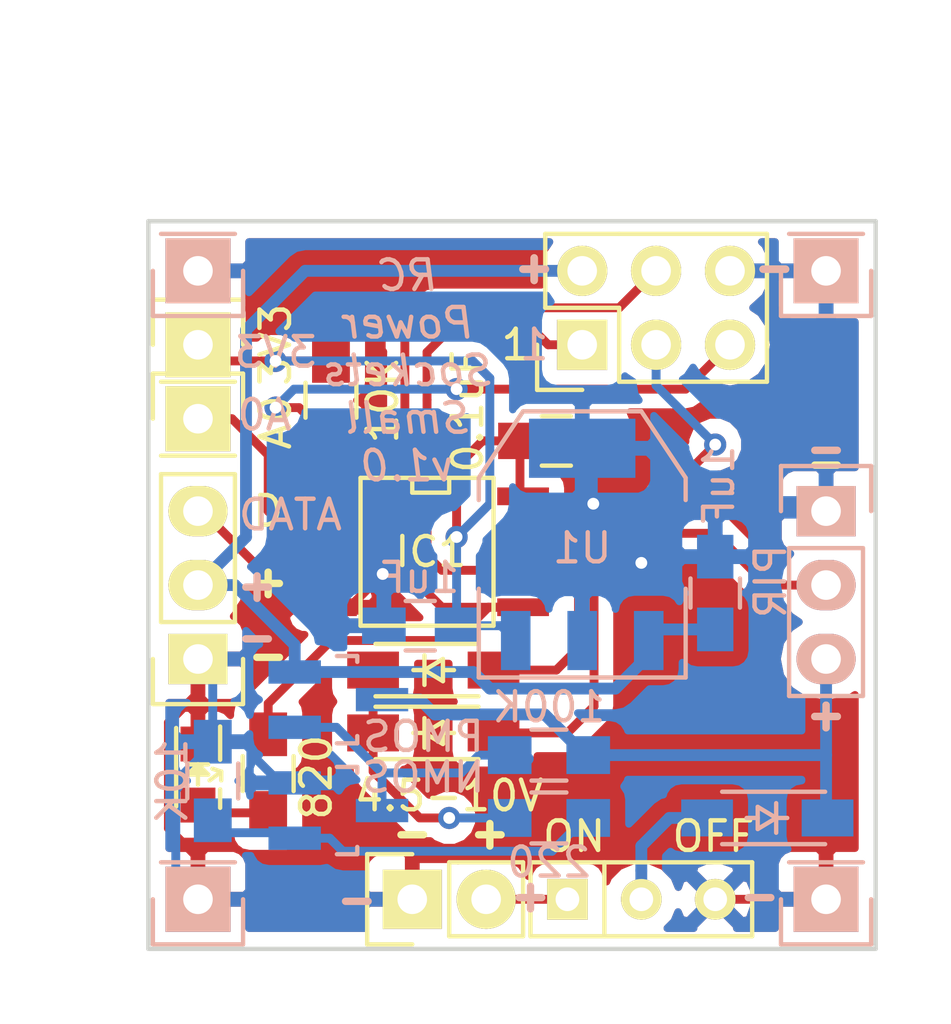
<source format=kicad_pcb>
(kicad_pcb (version 4) (host pcbnew 4.0.1-stable)

  (general
    (links 49)
    (no_connects 0)
    (area 147.382999 63.582999 172.533001 88.733001)
    (thickness 1.6)
    (drawings 35)
    (tracks 197)
    (zones 0)
    (modules 27)
    (nets 17)
  )

  (page A4)
  (layers
    (0 F.Cu signal hide)
    (31 B.Cu signal hide)
    (32 B.Adhes user)
    (33 F.Adhes user)
    (34 B.Paste user)
    (35 F.Paste user)
    (36 B.SilkS user)
    (37 F.SilkS user hide)
    (38 B.Mask user)
    (39 F.Mask user)
    (40 Dwgs.User user)
    (41 Cmts.User user)
    (42 Eco1.User user)
    (43 Eco2.User user)
    (44 Edge.Cuts user)
    (45 Margin user)
    (46 B.CrtYd user)
    (47 F.CrtYd user)
    (48 B.Fab user)
    (49 F.Fab user)
  )

  (setup
    (last_trace_width 0.3048)
    (trace_clearance 0.2286)
    (zone_clearance 0.508)
    (zone_45_only no)
    (trace_min 0.2032)
    (segment_width 0.2)
    (edge_width 0.15)
    (via_size 0.762)
    (via_drill 0.4064)
    (via_min_size 0.4064)
    (via_min_drill 0.3048)
    (uvia_size 0.3048)
    (uvia_drill 0.1016)
    (uvias_allowed no)
    (uvia_min_size 0)
    (uvia_min_drill 0)
    (pcb_text_width 0.3)
    (pcb_text_size 1.5 1.5)
    (mod_edge_width 0.15)
    (mod_text_size 1 1)
    (mod_text_width 0.15)
    (pad_size 5.99948 5.99948)
    (pad_drill 3.4)
    (pad_to_mask_clearance 0.2)
    (aux_axis_origin 0 0)
    (grid_origin 149.163 65.363)
    (visible_elements 7FFFFF7F)
    (pcbplotparams
      (layerselection 0x010f0_80000001)
      (usegerberextensions true)
      (excludeedgelayer true)
      (linewidth 0.101600)
      (plotframeref false)
      (viasonmask false)
      (mode 1)
      (useauxorigin false)
      (hpglpennumber 1)
      (hpglpenspeed 20)
      (hpglpendiameter 15)
      (hpglpenoverlay 2)
      (psnegative false)
      (psa4output false)
      (plotreference true)
      (plotvalue true)
      (plotinvisibletext false)
      (padsonsilk false)
      (subtractmaskfromsilk true)
      (outputformat 1)
      (mirror false)
      (drillshape 0)
      (scaleselection 1)
      (outputdirectory gerber/))
  )

  (net 0 "")
  (net 1 GND)
  (net 2 /SCK)
  (net 3 /MISO)
  (net 4 /RESET)
  (net 5 /RADIO_DATA)
  (net 6 /MOSI)
  (net 7 /ADC3)
  (net 8 /SWITCH_POWER)
  (net 9 /3.3v)
  (net 10 /NBASE)
  (net 11 /PBASE)
  (net 12 /NBASE_ON)
  (net 13 /POWER)
  (net 14 "Net-(D4-Pad2)")
  (net 15 /VCC_SWITCHED)
  (net 16 /VCC)

  (net_class Default "This is the default net class."
    (clearance 0.2286)
    (trace_width 0.3048)
    (via_dia 0.762)
    (via_drill 0.4064)
    (uvia_dia 0.3048)
    (uvia_drill 0.1016)
    (add_net /3.3v)
    (add_net /ADC3)
    (add_net /MISO)
    (add_net /MOSI)
    (add_net /NBASE)
    (add_net /NBASE_ON)
    (add_net /PBASE)
    (add_net /RADIO_DATA)
    (add_net /RESET)
    (add_net /SCK)
    (add_net /VCC)
    (add_net GND)
    (add_net "Net-(D4-Pad2)")
  )

  (net_class wide ""
    (clearance 0.254)
    (trace_width 0.4064)
    (via_dia 0.762)
    (via_drill 0.4064)
    (uvia_dia 0.3048)
    (uvia_drill 0.1016)
    (add_net /POWER)
    (add_net /SWITCH_POWER)
    (add_net /VCC_SWITCHED)
  )

  (module Capacitors_SMD:C_0805_HandSoldering (layer B.Cu) (tedit 572768CE) (tstamp 56E80E58)
    (at 166.943 76.432 90)
    (descr "Capacitor SMD 0805, hand soldering")
    (tags "capacitor 0805")
    (path /56D4DF87)
    (attr smd)
    (fp_text reference C1 (at 0.254 2.032 90) (layer B.SilkS) hide
      (effects (font (size 1 1) (thickness 0.15)) (justify mirror))
    )
    (fp_text value 1uF (at 3.703 0.127 90) (layer B.SilkS)
      (effects (font (size 1 1) (thickness 0.15)) (justify mirror))
    )
    (fp_line (start -2.3 1) (end 2.3 1) (layer B.CrtYd) (width 0.05))
    (fp_line (start -2.3 -1) (end 2.3 -1) (layer B.CrtYd) (width 0.05))
    (fp_line (start -2.3 1) (end -2.3 -1) (layer B.CrtYd) (width 0.05))
    (fp_line (start 2.3 1) (end 2.3 -1) (layer B.CrtYd) (width 0.05))
    (fp_line (start 0.5 0.85) (end -0.5 0.85) (layer B.SilkS) (width 0.15))
    (fp_line (start -0.5 -0.85) (end 0.5 -0.85) (layer B.SilkS) (width 0.15))
    (pad 1 smd rect (at -1.25 0 90) (size 1.5 1.25) (layers B.Cu B.Paste B.Mask)
      (net 8 /SWITCH_POWER))
    (pad 2 smd rect (at 1.25 0 90) (size 1.5 1.25) (layers B.Cu B.Paste B.Mask)
      (net 1 GND))
    (model Capacitors_SMD.3dshapes/C_0805_HandSoldering.wrl
      (at (xyz 0 0 0))
      (scale (xyz 1 1 1))
      (rotate (xyz 0 0 0))
    )
  )

  (module TO_SOT_Packages_SMD:SOT-223 (layer B.Cu) (tedit 572356B7) (tstamp 56F6D0F2)
    (at 162.371 74.761 180)
    (descr "module CMS SOT223 4 pins")
    (tags "CMS SOT")
    (path /56F7151A)
    (attr smd)
    (fp_text reference U1 (at 0 -0.127 180) (layer B.SilkS)
      (effects (font (size 1 1) (thickness 0.15)) (justify mirror))
    )
    (fp_text value MCP1755ST-3302E/DB (at 0.25 5.75 180) (layer B.Fab) hide
      (effects (font (size 1 1) (thickness 0.15)) (justify mirror))
    )
    (fp_line (start -3.556 -1.524) (end -3.556 -4.572) (layer B.SilkS) (width 0.15))
    (fp_line (start -3.556 -4.572) (end 3.556 -4.572) (layer B.SilkS) (width 0.15))
    (fp_line (start 3.556 -4.572) (end 3.556 -1.524) (layer B.SilkS) (width 0.15))
    (fp_line (start -3.556 1.524) (end -3.556 2.286) (layer B.SilkS) (width 0.15))
    (fp_line (start -3.556 2.286) (end -2.032 4.572) (layer B.SilkS) (width 0.15))
    (fp_line (start -2.032 4.572) (end 2.032 4.572) (layer B.SilkS) (width 0.15))
    (fp_line (start 2.032 4.572) (end 3.556 2.286) (layer B.SilkS) (width 0.15))
    (fp_line (start 3.556 2.286) (end 3.556 1.524) (layer B.SilkS) (width 0.15))
    (pad 4 smd rect (at 0 3.302 180) (size 3.6576 2.032) (layers B.Cu B.Paste B.Mask)
      (net 1 GND))
    (pad 2 smd rect (at 0 -3.302 180) (size 1.016 2.032) (layers B.Cu B.Paste B.Mask)
      (net 1 GND))
    (pad 3 smd rect (at 2.286 -3.302 180) (size 1.016 2.032) (layers B.Cu B.Paste B.Mask)
      (net 9 /3.3v))
    (pad 1 smd rect (at -2.286 -3.302 180) (size 1.016 2.032) (layers B.Cu B.Paste B.Mask)
      (net 8 /SWITCH_POWER))
    (model TO_SOT_Packages_SMD.3dshapes/SOT-223.wrl
      (at (xyz 0 0 0))
      (scale (xyz 0.4 0.4 0.4))
      (rotate (xyz 0 0 0))
    )
  )

  (module TO_SOT_Packages_SMD:SOT-23_Handsoldering (layer B.Cu) (tedit 57276774) (tstamp 56D89B54)
    (at 153.989 83.905 90)
    (descr "SOT-23, Handsoldering")
    (tags SOT-23)
    (path /56E8170A)
    (attr smd)
    (fp_text reference Q1 (at 0 -5.5 90) (layer B.SilkS) hide
      (effects (font (size 1 1) (thickness 0.15)) (justify mirror))
    )
    (fp_text value NMOS (at 1.143 2.921 360) (layer B.SilkS)
      (effects (font (size 1 1) (thickness 0.15)) (justify mirror))
    )
    (fp_line (start -1.49982 -0.0508) (end -1.49982 0.65024) (layer B.SilkS) (width 0.15))
    (fp_line (start -1.49982 0.65024) (end -1.2509 0.65024) (layer B.SilkS) (width 0.15))
    (fp_line (start 1.29916 0.65024) (end 1.49982 0.65024) (layer B.SilkS) (width 0.15))
    (fp_line (start 1.49982 0.65024) (end 1.49982 -0.0508) (layer B.SilkS) (width 0.15))
    (pad 1 smd rect (at -0.95 -1.50114 90) (size 0.8001 1.80086) (layers B.Cu B.Paste B.Mask)
      (net 10 /NBASE))
    (pad 2 smd rect (at 0.95 -1.50114 90) (size 0.8001 1.80086) (layers B.Cu B.Paste B.Mask)
      (net 1 GND))
    (pad 3 smd rect (at 0 1.50114 90) (size 0.8001 1.80086) (layers B.Cu B.Paste B.Mask)
      (net 11 /PBASE))
    (model TO_SOT_Packages_SMD.3dshapes/SOT-23_Handsoldering.wrl
      (at (xyz 0 0 0))
      (scale (xyz 1 1 1))
      (rotate (xyz 0 0 0))
    )
  )

  (module TO_SOT_Packages_SMD:SOT-23_Handsoldering (layer B.Cu) (tedit 57276788) (tstamp 56D89B5B)
    (at 153.989 80.095 90)
    (descr "SOT-23, Handsoldering")
    (tags SOT-23)
    (path /56E815FA)
    (attr smd)
    (fp_text reference Q2 (at 0 -4 90) (layer B.SilkS) hide
      (effects (font (size 1 1) (thickness 0.15)) (justify mirror))
    )
    (fp_text value PMOS (at -1.27 2.921 180) (layer B.SilkS)
      (effects (font (size 1 1) (thickness 0.15)) (justify mirror))
    )
    (fp_line (start -1.49982 -0.0508) (end -1.49982 0.65024) (layer B.SilkS) (width 0.15))
    (fp_line (start -1.49982 0.65024) (end -1.2509 0.65024) (layer B.SilkS) (width 0.15))
    (fp_line (start 1.29916 0.65024) (end 1.49982 0.65024) (layer B.SilkS) (width 0.15))
    (fp_line (start 1.49982 0.65024) (end 1.49982 -0.0508) (layer B.SilkS) (width 0.15))
    (pad 1 smd rect (at -0.95 -1.50114 90) (size 0.8001 1.80086) (layers B.Cu B.Paste B.Mask)
      (net 11 /PBASE))
    (pad 2 smd rect (at 0.95 -1.50114 90) (size 0.8001 1.80086) (layers B.Cu B.Paste B.Mask)
      (net 8 /SWITCH_POWER))
    (pad 3 smd rect (at 0 1.50114 90) (size 0.8001 1.80086) (layers B.Cu B.Paste B.Mask)
      (net 13 /POWER))
    (model TO_SOT_Packages_SMD.3dshapes/SOT-23_Handsoldering.wrl
      (at (xyz 0 0 0))
      (scale (xyz 1 1 1))
      (rotate (xyz 0 0 0))
    )
  )

  (module Socket_Strips:Socket_Strip_Straight_1x03 (layer B.Cu) (tedit 572351D5) (tstamp 56D9E29F)
    (at 170.753 73.618 270)
    (descr "Through hole socket strip")
    (tags "socket strip")
    (path /56D837CF)
    (fp_text reference J1 (at -3.18 0.02 270) (layer B.SilkS) hide
      (effects (font (size 1 1) (thickness 0.15)) (justify mirror))
    )
    (fp_text value PIR (at 0.762 -3.302 540) (layer B.SilkS) hide
      (effects (font (size 1.016 1.016) (thickness 0.1524)) (justify mirror))
    )
    (fp_line (start 0 1.55) (end -1.55 1.55) (layer B.SilkS) (width 0.15))
    (fp_line (start -1.55 1.55) (end -1.55 -1.55) (layer B.SilkS) (width 0.15))
    (fp_line (start -1.55 -1.55) (end 0 -1.55) (layer B.SilkS) (width 0.15))
    (fp_line (start -1.75 1.75) (end -1.75 -1.75) (layer B.CrtYd) (width 0.05))
    (fp_line (start 6.85 1.75) (end 6.85 -1.75) (layer B.CrtYd) (width 0.05))
    (fp_line (start -1.75 1.75) (end 6.85 1.75) (layer B.CrtYd) (width 0.05))
    (fp_line (start -1.75 -1.75) (end 6.85 -1.75) (layer B.CrtYd) (width 0.05))
    (fp_line (start 1.27 1.27) (end 6.35 1.27) (layer B.SilkS) (width 0.15))
    (fp_line (start 6.35 1.27) (end 6.35 -1.27) (layer B.SilkS) (width 0.15))
    (fp_line (start 6.35 -1.27) (end 1.27 -1.27) (layer B.SilkS) (width 0.15))
    (fp_line (start 1.27 -1.27) (end 1.27 1.27) (layer B.SilkS) (width 0.15))
    (pad 1 thru_hole rect (at 0 0 270) (size 1.7272 2.032) (drill 1.016) (layers *.Cu *.Mask B.SilkS)
      (net 1 GND))
    (pad 2 thru_hole oval (at 2.54 0 270) (size 1.7272 2.032) (drill 1.016) (layers *.Cu *.Mask B.SilkS)
      (net 2 /SCK))
    (pad 3 thru_hole oval (at 5.08 0 270) (size 1.7272 2.032) (drill 1.016) (layers *.Cu *.Mask B.SilkS)
      (net 13 /POWER))
    (model Socket_Strips.3dshapes/Socket_Strip_Straight_1x03.wrl
      (at (xyz 0.1 0 0))
      (scale (xyz 1 1 1))
      (rotate (xyz 0 0 180))
    )
  )

  (module Socket_Strips:Socket_Strip_Straight_1x03 (layer F.Cu) (tedit 57234E85) (tstamp 56D9E2A5)
    (at 149.163 78.698 90)
    (descr "Through hole socket strip")
    (tags "socket strip")
    (path /56D83857)
    (fp_text reference J2 (at -3 0 180) (layer F.SilkS) hide
      (effects (font (size 1 1) (thickness 0.15)))
    )
    (fp_text value 433MHZ (at 2.286 -2.54 90) (layer F.SilkS) hide
      (effects (font (size 1 1) (thickness 0.15)))
    )
    (fp_line (start 0 -1.55) (end -1.55 -1.55) (layer F.SilkS) (width 0.15))
    (fp_line (start -1.55 -1.55) (end -1.55 1.55) (layer F.SilkS) (width 0.15))
    (fp_line (start -1.55 1.55) (end 0 1.55) (layer F.SilkS) (width 0.15))
    (fp_line (start -1.75 -1.75) (end -1.75 1.75) (layer F.CrtYd) (width 0.05))
    (fp_line (start 6.85 -1.75) (end 6.85 1.75) (layer F.CrtYd) (width 0.05))
    (fp_line (start -1.75 -1.75) (end 6.85 -1.75) (layer F.CrtYd) (width 0.05))
    (fp_line (start -1.75 1.75) (end 6.85 1.75) (layer F.CrtYd) (width 0.05))
    (fp_line (start 1.27 -1.27) (end 6.35 -1.27) (layer F.SilkS) (width 0.15))
    (fp_line (start 6.35 -1.27) (end 6.35 1.27) (layer F.SilkS) (width 0.15))
    (fp_line (start 6.35 1.27) (end 1.27 1.27) (layer F.SilkS) (width 0.15))
    (fp_line (start 1.27 1.27) (end 1.27 -1.27) (layer F.SilkS) (width 0.15))
    (pad 1 thru_hole rect (at 0 0 90) (size 1.7272 2.032) (drill 1.016) (layers *.Cu *.Mask F.SilkS)
      (net 1 GND))
    (pad 2 thru_hole oval (at 2.54 0 90) (size 1.7272 2.032) (drill 1.016) (layers *.Cu *.Mask F.SilkS)
      (net 8 /SWITCH_POWER))
    (pad 3 thru_hole oval (at 5.08 0 90) (size 1.7272 2.032) (drill 1.016) (layers *.Cu *.Mask F.SilkS)
      (net 5 /RADIO_DATA))
    (model Socket_Strips.3dshapes/Socket_Strip_Straight_1x03.wrl
      (at (xyz 0.1 0 0))
      (scale (xyz 1 1 1))
      (rotate (xyz 0 0 180))
    )
  )

  (module Capacitors_SMD:C_0805_HandSoldering (layer B.Cu) (tedit 572766FF) (tstamp 56E80E5D)
    (at 156.803 77.555 180)
    (descr "Capacitor SMD 0805, hand soldering")
    (tags "capacitor 0805")
    (path /56D4DEBE)
    (attr smd)
    (fp_text reference C2 (at 0 -2 180) (layer B.SilkS) hide
      (effects (font (size 1 1) (thickness 0.15)) (justify mirror))
    )
    (fp_text value 1uF (at 0.02 1.651 360) (layer B.SilkS)
      (effects (font (size 1 1) (thickness 0.15)) (justify mirror))
    )
    (fp_line (start -2.3 1) (end 2.3 1) (layer B.CrtYd) (width 0.05))
    (fp_line (start -2.3 -1) (end 2.3 -1) (layer B.CrtYd) (width 0.05))
    (fp_line (start -2.3 1) (end -2.3 -1) (layer B.CrtYd) (width 0.05))
    (fp_line (start 2.3 1) (end 2.3 -1) (layer B.CrtYd) (width 0.05))
    (fp_line (start 0.5 0.85) (end -0.5 0.85) (layer B.SilkS) (width 0.15))
    (fp_line (start -0.5 -0.85) (end 0.5 -0.85) (layer B.SilkS) (width 0.15))
    (pad 1 smd rect (at -1.25 0 180) (size 1.5 1.25) (layers B.Cu B.Paste B.Mask)
      (net 9 /3.3v))
    (pad 2 smd rect (at 1.25 0 180) (size 1.5 1.25) (layers B.Cu B.Paste B.Mask)
      (net 1 GND))
    (model Capacitors_SMD.3dshapes/C_0805_HandSoldering.wrl
      (at (xyz 0 0 0))
      (scale (xyz 1 1 1))
      (rotate (xyz 0 0 0))
    )
  )

  (module Capacitors_SMD:C_0805_HandSoldering (layer F.Cu) (tedit 5727689F) (tstamp 56E80E62)
    (at 161.482 71.205)
    (descr "Capacitor SMD 0805, hand soldering")
    (tags "capacitor 0805")
    (path /56D9DCDE)
    (attr smd)
    (fp_text reference C3 (at 3.4 0) (layer F.SilkS) hide
      (effects (font (size 1 1) (thickness 0.15)))
    )
    (fp_text value 0.1uF (at -3.048 -1.016 90) (layer F.SilkS)
      (effects (font (size 1.016 1.016) (thickness 0.1524)))
    )
    (fp_line (start -2.3 -1) (end 2.3 -1) (layer F.CrtYd) (width 0.05))
    (fp_line (start -2.3 1) (end 2.3 1) (layer F.CrtYd) (width 0.05))
    (fp_line (start -2.3 -1) (end -2.3 1) (layer F.CrtYd) (width 0.05))
    (fp_line (start 2.3 -1) (end 2.3 1) (layer F.CrtYd) (width 0.05))
    (fp_line (start 0.5 -0.85) (end -0.5 -0.85) (layer F.SilkS) (width 0.15))
    (fp_line (start -0.5 0.85) (end 0.5 0.85) (layer F.SilkS) (width 0.15))
    (pad 1 smd rect (at -1.25 0) (size 1.5 1.25) (layers F.Cu F.Paste F.Mask)
      (net 9 /3.3v))
    (pad 2 smd rect (at 1.25 0) (size 1.5 1.25) (layers F.Cu F.Paste F.Mask)
      (net 1 GND))
    (model Capacitors_SMD.3dshapes/C_0805_HandSoldering.wrl
      (at (xyz 0 0 0))
      (scale (xyz 1 1 1))
      (rotate (xyz 0 0 0))
    )
  )

  (module Resistors_SMD:R_0805_HandSoldering (layer B.Cu) (tedit 572766E6) (tstamp 56E80E71)
    (at 161.228 84.159 180)
    (descr "Resistor SMD 0805, hand soldering")
    (tags "resistor 0805")
    (path /56D4B1A8)
    (attr smd)
    (fp_text reference R1 (at 1.6 1.8 180) (layer B.SilkS) hide
      (effects (font (size 1 1) (thickness 0.15)) (justify mirror))
    )
    (fp_text value 220 (at 0 -1.524 180) (layer B.SilkS)
      (effects (font (size 1 1) (thickness 0.15)) (justify mirror))
    )
    (fp_line (start -2.4 1) (end 2.4 1) (layer B.CrtYd) (width 0.05))
    (fp_line (start -2.4 -1) (end 2.4 -1) (layer B.CrtYd) (width 0.05))
    (fp_line (start -2.4 1) (end -2.4 -1) (layer B.CrtYd) (width 0.05))
    (fp_line (start 2.4 1) (end 2.4 -1) (layer B.CrtYd) (width 0.05))
    (fp_line (start 0.6 -0.875) (end -0.6 -0.875) (layer B.SilkS) (width 0.15))
    (fp_line (start -0.6 0.875) (end 0.6 0.875) (layer B.SilkS) (width 0.15))
    (pad 1 smd rect (at -1.35 0 180) (size 1.5 1.3) (layers B.Cu B.Paste B.Mask)
      (net 10 /NBASE))
    (pad 2 smd rect (at 1.35 0 180) (size 1.5 1.3) (layers B.Cu B.Paste B.Mask)
      (net 12 /NBASE_ON))
    (model Resistors_SMD.3dshapes/R_0805_HandSoldering.wrl
      (at (xyz 0 0 0))
      (scale (xyz 1 1 1))
      (rotate (xyz 0 0 0))
    )
  )

  (module Resistors_SMD:R_0805_HandSoldering (layer B.Cu) (tedit 572766D5) (tstamp 56E80E76)
    (at 161.228 82 180)
    (descr "Resistor SMD 0805, hand soldering")
    (tags "resistor 0805")
    (path /56D4B1D7)
    (attr smd)
    (fp_text reference R2 (at 0 -2.2 270) (layer B.SilkS) hide
      (effects (font (size 1 1) (thickness 0.15)) (justify mirror))
    )
    (fp_text value 100K (at 0 1.651 180) (layer B.SilkS)
      (effects (font (size 1 1) (thickness 0.15)) (justify mirror))
    )
    (fp_line (start -2.4 1) (end 2.4 1) (layer B.CrtYd) (width 0.05))
    (fp_line (start -2.4 -1) (end 2.4 -1) (layer B.CrtYd) (width 0.05))
    (fp_line (start -2.4 1) (end -2.4 -1) (layer B.CrtYd) (width 0.05))
    (fp_line (start 2.4 1) (end 2.4 -1) (layer B.CrtYd) (width 0.05))
    (fp_line (start 0.6 -0.875) (end -0.6 -0.875) (layer B.SilkS) (width 0.15))
    (fp_line (start -0.6 0.875) (end 0.6 0.875) (layer B.SilkS) (width 0.15))
    (pad 1 smd rect (at -1.35 0 180) (size 1.5 1.3) (layers B.Cu B.Paste B.Mask)
      (net 13 /POWER))
    (pad 2 smd rect (at 1.35 0 180) (size 1.5 1.3) (layers B.Cu B.Paste B.Mask)
      (net 11 /PBASE))
    (model Resistors_SMD.3dshapes/R_0805_HandSoldering.wrl
      (at (xyz 0 0 0))
      (scale (xyz 1 1 1))
      (rotate (xyz 0 0 0))
    )
  )

  (module Resistors_SMD:R_0805_HandSoldering (layer B.Cu) (tedit 572768E4) (tstamp 56E80E7B)
    (at 149.671 82.889 90)
    (descr "Resistor SMD 0805, hand soldering")
    (tags "resistor 0805")
    (path /56D8549B)
    (attr smd)
    (fp_text reference R3 (at 1.4 -2 90) (layer B.SilkS) hide
      (effects (font (size 1 1) (thickness 0.15)) (justify mirror))
    )
    (fp_text value 10K (at 0 -1.397 90) (layer B.SilkS)
      (effects (font (size 1 1) (thickness 0.15)) (justify mirror))
    )
    (fp_line (start -2.4 1) (end 2.4 1) (layer B.CrtYd) (width 0.05))
    (fp_line (start -2.4 -1) (end 2.4 -1) (layer B.CrtYd) (width 0.05))
    (fp_line (start -2.4 1) (end -2.4 -1) (layer B.CrtYd) (width 0.05))
    (fp_line (start 2.4 1) (end 2.4 -1) (layer B.CrtYd) (width 0.05))
    (fp_line (start 0.6 -0.875) (end -0.6 -0.875) (layer B.SilkS) (width 0.15))
    (fp_line (start -0.6 0.875) (end 0.6 0.875) (layer B.SilkS) (width 0.15))
    (pad 1 smd rect (at -1.35 0 90) (size 1.5 1.3) (layers B.Cu B.Paste B.Mask)
      (net 10 /NBASE))
    (pad 2 smd rect (at 1.35 0 90) (size 1.5 1.3) (layers B.Cu B.Paste B.Mask)
      (net 1 GND))
    (model Resistors_SMD.3dshapes/R_0805_HandSoldering.wrl
      (at (xyz 0 0 0))
      (scale (xyz 1 1 1))
      (rotate (xyz 0 0 0))
    )
  )

  (module Resistors_SMD:R_0805_HandSoldering (layer F.Cu) (tedit 572353F4) (tstamp 56E80E80)
    (at 153.735 69.808 90)
    (descr "Resistor SMD 0805, hand soldering")
    (tags "resistor 0805")
    (path /56D85890)
    (attr smd)
    (fp_text reference R4 (at -1.5 -1.75 90) (layer F.SilkS) hide
      (effects (font (size 1 1) (thickness 0.15)))
    )
    (fp_text value 10K (at 0 1.778 90) (layer F.SilkS)
      (effects (font (size 1.016 1.016) (thickness 0.1524)))
    )
    (fp_line (start -2.4 -1) (end 2.4 -1) (layer F.CrtYd) (width 0.05))
    (fp_line (start -2.4 1) (end 2.4 1) (layer F.CrtYd) (width 0.05))
    (fp_line (start -2.4 -1) (end -2.4 1) (layer F.CrtYd) (width 0.05))
    (fp_line (start 2.4 -1) (end 2.4 1) (layer F.CrtYd) (width 0.05))
    (fp_line (start 0.6 0.875) (end -0.6 0.875) (layer F.SilkS) (width 0.15))
    (fp_line (start -0.6 -0.875) (end 0.6 -0.875) (layer F.SilkS) (width 0.15))
    (pad 1 smd rect (at -1.35 0 90) (size 1.5 1.3) (layers F.Cu F.Paste F.Mask)
      (net 4 /RESET))
    (pad 2 smd rect (at 1.35 0 90) (size 1.5 1.3) (layers F.Cu F.Paste F.Mask)
      (net 9 /3.3v))
    (model Resistors_SMD.3dshapes/R_0805_HandSoldering.wrl
      (at (xyz 0 0 0))
      (scale (xyz 1 1 1))
      (rotate (xyz 0 0 0))
    )
  )

  (module Pin_Headers:Pin_Header_Straight_2x03 (layer F.Cu) (tedit 5723584B) (tstamp 56EEDFFC)
    (at 162.371 67.903 90)
    (descr "Through hole pin header")
    (tags "pin header")
    (path /56EEE1EA)
    (fp_text reference P1 (at 1.5 -2.5 90) (layer F.SilkS) hide
      (effects (font (size 1 1) (thickness 0.15)))
    )
    (fp_text value ICSP (at 0.381 -3.429 180) (layer F.SilkS) hide
      (effects (font (size 1 1) (thickness 0.15)))
    )
    (fp_line (start -1.27 1.27) (end -1.27 6.35) (layer F.SilkS) (width 0.15))
    (fp_line (start -1.55 -1.55) (end 0 -1.55) (layer F.SilkS) (width 0.15))
    (fp_line (start -1.75 -1.75) (end -1.75 6.85) (layer F.CrtYd) (width 0.05))
    (fp_line (start 4.3 -1.75) (end 4.3 6.85) (layer F.CrtYd) (width 0.05))
    (fp_line (start -1.75 -1.75) (end 4.3 -1.75) (layer F.CrtYd) (width 0.05))
    (fp_line (start -1.75 6.85) (end 4.3 6.85) (layer F.CrtYd) (width 0.05))
    (fp_line (start 1.27 -1.27) (end 1.27 1.27) (layer F.SilkS) (width 0.15))
    (fp_line (start 1.27 1.27) (end -1.27 1.27) (layer F.SilkS) (width 0.15))
    (fp_line (start -1.27 6.35) (end 3.81 6.35) (layer F.SilkS) (width 0.15))
    (fp_line (start 3.81 6.35) (end 3.81 1.27) (layer F.SilkS) (width 0.15))
    (fp_line (start -1.55 -1.55) (end -1.55 0) (layer F.SilkS) (width 0.15))
    (fp_line (start 3.81 -1.27) (end 1.27 -1.27) (layer F.SilkS) (width 0.15))
    (fp_line (start 3.81 1.27) (end 3.81 -1.27) (layer F.SilkS) (width 0.15))
    (pad 1 thru_hole rect (at 0 0 90) (size 1.7272 1.7272) (drill 1.016) (layers *.Cu *.Mask F.SilkS)
      (net 3 /MISO))
    (pad 2 thru_hole oval (at 2.54 0 90) (size 1.7272 1.7272) (drill 1.016) (layers *.Cu *.Mask F.SilkS)
      (net 8 /SWITCH_POWER))
    (pad 3 thru_hole oval (at 0 2.54 90) (size 1.7272 1.7272) (drill 1.016) (layers *.Cu *.Mask F.SilkS)
      (net 2 /SCK))
    (pad 4 thru_hole oval (at 2.54 2.54 90) (size 1.7272 1.7272) (drill 1.016) (layers *.Cu *.Mask F.SilkS)
      (net 6 /MOSI))
    (pad 5 thru_hole oval (at 0 5.08 90) (size 1.7272 1.7272) (drill 1.016) (layers *.Cu *.Mask F.SilkS)
      (net 4 /RESET))
    (pad 6 thru_hole oval (at 2.54 5.08 90) (size 1.7272 1.7272) (drill 1.016) (layers *.Cu *.Mask F.SilkS)
      (net 1 GND))
    (model Pin_Headers.3dshapes/Pin_Header_Straight_2x03.wrl
      (at (xyz 0.05 -0.1 0))
      (scale (xyz 1 1 1))
      (rotate (xyz 0 0 90))
    )
  )

  (module Resistors_SMD:R_0805_HandSoldering (layer F.Cu) (tedit 5727636F) (tstamp 56F5C602)
    (at 151.576 82.635 270)
    (descr "Resistor SMD 0805, hand soldering")
    (tags "resistor 0805")
    (path /56F5D3CF)
    (attr smd)
    (fp_text reference R5 (at 1.25 -2 360) (layer F.SilkS) hide
      (effects (font (size 1 1) (thickness 0.15)))
    )
    (fp_text value 820 (at 0.127 -1.651 450) (layer F.SilkS)
      (effects (font (size 1.016 1.016) (thickness 0.1524)))
    )
    (fp_line (start -2.4 -1) (end 2.4 -1) (layer F.CrtYd) (width 0.05))
    (fp_line (start -2.4 1) (end 2.4 1) (layer F.CrtYd) (width 0.05))
    (fp_line (start -2.4 -1) (end -2.4 1) (layer F.CrtYd) (width 0.05))
    (fp_line (start 2.4 -1) (end 2.4 1) (layer F.CrtYd) (width 0.05))
    (fp_line (start 0.6 0.875) (end -0.6 0.875) (layer F.SilkS) (width 0.15))
    (fp_line (start -0.6 -0.875) (end 0.6 -0.875) (layer F.SilkS) (width 0.15))
    (pad 1 smd rect (at -1.35 0 270) (size 1.5 1.3) (layers F.Cu F.Paste F.Mask)
      (net 6 /MOSI))
    (pad 2 smd rect (at 1.35 0 270) (size 1.5 1.3) (layers F.Cu F.Paste F.Mask)
      (net 14 "Net-(D4-Pad2)"))
    (model Resistors_SMD.3dshapes/R_0805_HandSoldering.wrl
      (at (xyz 0 0 0))
      (scale (xyz 1 1 1))
      (rotate (xyz 0 0 0))
    )
  )

  (module theapi_footprints:LED_0805 (layer F.Cu) (tedit 57235221) (tstamp 56F7E8CD)
    (at 149.163 82.66802 270)
    (descr "LED 0805 smd package")
    (tags "LED 0805 SMD")
    (path /56F5D6D0)
    (attr smd)
    (fp_text reference D4 (at -3 0 360) (layer F.SilkS) hide
      (effects (font (size 1 1) (thickness 0.15)))
    )
    (fp_text value Led (at 2.9 0 360) (layer F.SilkS) hide
      (effects (font (size 1 1) (thickness 0.15)))
    )
    (fp_line (start -1.651 -0.762) (end -0.508 -0.762) (layer F.SilkS) (width 0.15))
    (fp_line (start 1.143 -0.762) (end 0.508 -0.762) (layer F.SilkS) (width 0.15))
    (fp_line (start -0.1 -0.8) (end 0.2 -0.8) (layer F.SilkS) (width 0.15))
    (fp_line (start 0.2 -0.4) (end -0.1 -0.8) (layer F.SilkS) (width 0.15))
    (fp_line (start -0.1 -0.8) (end -0.2 -0.5) (layer F.SilkS) (width 0.15))
    (fp_line (start -1.6 0.75) (end 1.1 0.75) (layer F.SilkS) (width 0.15))
    (fp_line (start -0.1 0.15) (end -0.1 -0.1) (layer F.SilkS) (width 0.15))
    (fp_line (start -0.1 -0.1) (end -0.25 0.05) (layer F.SilkS) (width 0.15))
    (fp_line (start -0.35 -0.35) (end -0.35 0.35) (layer F.SilkS) (width 0.15))
    (fp_line (start 0 0) (end 0.35 0) (layer F.SilkS) (width 0.15))
    (fp_line (start -0.35 0) (end 0 -0.35) (layer F.SilkS) (width 0.15))
    (fp_line (start 0 -0.35) (end 0 0.35) (layer F.SilkS) (width 0.15))
    (fp_line (start 0 0.35) (end -0.35 0) (layer F.SilkS) (width 0.15))
    (fp_line (start 1.9 -0.95) (end 1.9 0.95) (layer F.CrtYd) (width 0.05))
    (fp_line (start 1.9 0.95) (end -1.9 0.95) (layer F.CrtYd) (width 0.05))
    (fp_line (start -1.9 0.95) (end -1.9 -0.95) (layer F.CrtYd) (width 0.05))
    (fp_line (start -1.9 -0.95) (end 1.9 -0.95) (layer F.CrtYd) (width 0.05))
    (pad 2 smd rect (at 1.04902 0 90) (size 1.19888 1.19888) (layers F.Cu F.Paste F.Mask)
      (net 14 "Net-(D4-Pad2)"))
    (pad 1 smd rect (at -1.04902 0 90) (size 1.19888 1.19888) (layers F.Cu F.Paste F.Mask)
      (net 1 GND))
    (model LEDs.3dshapes/LED_0805.wrl
      (at (xyz 0 0 0))
      (scale (xyz 1 1 1))
      (rotate (xyz 0 0 0))
    )
  )

  (module Pin_Headers:Pin_Header_Straight_1x01 (layer B.Cu) (tedit 57276634) (tstamp 5722010A)
    (at 149.163 86.953)
    (descr "Through hole pin header")
    (tags "pin header")
    (path /5722072E)
    (fp_text reference MOUNT1 (at 0 5.1) (layer B.SilkS) hide
      (effects (font (size 1 1) (thickness 0.15)) (justify mirror))
    )
    (fp_text value CONN_01X01 (at 0 3.1) (layer B.Fab) hide
      (effects (font (size 1 1) (thickness 0.15)) (justify mirror))
    )
    (fp_line (start 1.55 1.55) (end 1.55 0) (layer B.SilkS) (width 0.15))
    (fp_line (start -1.75 1.75) (end -1.75 -1.75) (layer B.CrtYd) (width 0.05))
    (fp_line (start 1.75 1.75) (end 1.75 -1.75) (layer B.CrtYd) (width 0.05))
    (fp_line (start -1.75 1.75) (end 1.75 1.75) (layer B.CrtYd) (width 0.05))
    (fp_line (start -1.75 -1.75) (end 1.75 -1.75) (layer B.CrtYd) (width 0.05))
    (fp_line (start -1.55 0) (end -1.55 1.55) (layer B.SilkS) (width 0.15))
    (fp_line (start -1.55 1.55) (end 1.55 1.55) (layer B.SilkS) (width 0.15))
    (fp_line (start -1.27 -1.27) (end 1.27 -1.27) (layer B.SilkS) (width 0.15))
    (pad 1 thru_hole rect (at 0 0) (size 2.2352 2.2352) (drill 1.016) (layers *.Cu *.Mask B.SilkS)
      (net 1 GND))
    (model Pin_Headers.3dshapes/Pin_Header_Straight_1x01.wrl
      (at (xyz 0 0 0))
      (scale (xyz 1 1 1))
      (rotate (xyz 0 0 90))
    )
  )

  (module Pin_Headers:Pin_Header_Straight_1x01 (layer B.Cu) (tedit 57276639) (tstamp 5722010F)
    (at 170.753 86.953)
    (descr "Through hole pin header")
    (tags "pin header")
    (path /57220734)
    (fp_text reference MOUNT2 (at 0 5.1) (layer B.SilkS) hide
      (effects (font (size 1 1) (thickness 0.15)) (justify mirror))
    )
    (fp_text value CONN_01X01 (at 0 3.1) (layer B.Fab) hide
      (effects (font (size 1 1) (thickness 0.15)) (justify mirror))
    )
    (fp_line (start 1.55 1.55) (end 1.55 0) (layer B.SilkS) (width 0.15))
    (fp_line (start -1.75 1.75) (end -1.75 -1.75) (layer B.CrtYd) (width 0.05))
    (fp_line (start 1.75 1.75) (end 1.75 -1.75) (layer B.CrtYd) (width 0.05))
    (fp_line (start -1.75 1.75) (end 1.75 1.75) (layer B.CrtYd) (width 0.05))
    (fp_line (start -1.75 -1.75) (end 1.75 -1.75) (layer B.CrtYd) (width 0.05))
    (fp_line (start -1.55 0) (end -1.55 1.55) (layer B.SilkS) (width 0.15))
    (fp_line (start -1.55 1.55) (end 1.55 1.55) (layer B.SilkS) (width 0.15))
    (fp_line (start -1.27 -1.27) (end 1.27 -1.27) (layer B.SilkS) (width 0.15))
    (pad 1 thru_hole rect (at 0 0) (size 2.2352 2.2352) (drill 1.016) (layers *.Cu *.Mask B.SilkS)
      (net 1 GND))
    (model Pin_Headers.3dshapes/Pin_Header_Straight_1x01.wrl
      (at (xyz 0 0 0))
      (scale (xyz 1 1 1))
      (rotate (xyz 0 0 90))
    )
  )

  (module Pin_Headers:Pin_Header_Straight_1x01 (layer B.Cu) (tedit 57276625) (tstamp 57220110)
    (at 149.163 65.363)
    (descr "Through hole pin header")
    (tags "pin header")
    (path /56F81651)
    (fp_text reference MOUNT5 (at 0 5.1) (layer B.SilkS) hide
      (effects (font (size 1 1) (thickness 0.15)) (justify mirror))
    )
    (fp_text value CONN_01X01 (at 0 3.1) (layer B.Fab) hide
      (effects (font (size 1 1) (thickness 0.15)) (justify mirror))
    )
    (fp_line (start 1.55 1.55) (end 1.55 0) (layer B.SilkS) (width 0.15))
    (fp_line (start -1.75 1.75) (end -1.75 -1.75) (layer B.CrtYd) (width 0.05))
    (fp_line (start 1.75 1.75) (end 1.75 -1.75) (layer B.CrtYd) (width 0.05))
    (fp_line (start -1.75 1.75) (end 1.75 1.75) (layer B.CrtYd) (width 0.05))
    (fp_line (start -1.75 -1.75) (end 1.75 -1.75) (layer B.CrtYd) (width 0.05))
    (fp_line (start -1.55 0) (end -1.55 1.55) (layer B.SilkS) (width 0.15))
    (fp_line (start -1.55 1.55) (end 1.55 1.55) (layer B.SilkS) (width 0.15))
    (fp_line (start -1.27 -1.27) (end 1.27 -1.27) (layer B.SilkS) (width 0.15))
    (pad 1 thru_hole rect (at 0 0) (size 2.2352 2.2352) (drill 1.016) (layers *.Cu *.Mask B.SilkS)
      (net 1 GND))
    (model Pin_Headers.3dshapes/Pin_Header_Straight_1x01.wrl
      (at (xyz 0 0 0))
      (scale (xyz 1 1 1))
      (rotate (xyz 0 0 90))
    )
  )

  (module Pin_Headers:Pin_Header_Straight_1x01 (layer B.Cu) (tedit 5727661F) (tstamp 57220114)
    (at 170.753 65.363)
    (descr "Through hole pin header")
    (tags "pin header")
    (path /56F816D2)
    (fp_text reference MOUNT6 (at 0 5.1) (layer B.SilkS) hide
      (effects (font (size 1 1) (thickness 0.15)) (justify mirror))
    )
    (fp_text value CONN_01X01 (at 0 3.1) (layer B.Fab) hide
      (effects (font (size 1 1) (thickness 0.15)) (justify mirror))
    )
    (fp_line (start 1.55 1.55) (end 1.55 0) (layer B.SilkS) (width 0.15))
    (fp_line (start -1.75 1.75) (end -1.75 -1.75) (layer B.CrtYd) (width 0.05))
    (fp_line (start 1.75 1.75) (end 1.75 -1.75) (layer B.CrtYd) (width 0.05))
    (fp_line (start -1.75 1.75) (end 1.75 1.75) (layer B.CrtYd) (width 0.05))
    (fp_line (start -1.75 -1.75) (end 1.75 -1.75) (layer B.CrtYd) (width 0.05))
    (fp_line (start -1.55 0) (end -1.55 1.55) (layer B.SilkS) (width 0.15))
    (fp_line (start -1.55 1.55) (end 1.55 1.55) (layer B.SilkS) (width 0.15))
    (fp_line (start -1.27 -1.27) (end 1.27 -1.27) (layer B.SilkS) (width 0.15))
    (pad 1 thru_hole rect (at 0 0) (size 2.2352 2.2352) (drill 1.016) (layers *.Cu *.Mask B.SilkS)
      (net 1 GND))
    (model Pin_Headers.3dshapes/Pin_Header_Straight_1x01.wrl
      (at (xyz 0 0 0))
      (scale (xyz 1 1 1))
      (rotate (xyz 0 0 90))
    )
  )

  (module Buttons_Switches_ThroughHole:SW_Micro_SPST (layer F.Cu) (tedit 57276311) (tstamp 572662CB)
    (at 164.403 86.953)
    (tags "Switch Micro SPST")
    (path /56FBC9B1)
    (fp_text reference SW1 (at 0 -2.54) (layer F.SilkS) hide
      (effects (font (size 1 1) (thickness 0.15)))
    )
    (fp_text value SWITCH_INV (at 0.025 2.45) (layer F.Fab) hide
      (effects (font (size 1 1) (thickness 0.15)))
    )
    (fp_line (start -3.81 1.27) (end -3.81 -1.27) (layer F.SilkS) (width 0.15))
    (fp_line (start -3.81 -1.27) (end 3.81 -1.27) (layer F.SilkS) (width 0.15))
    (fp_line (start 3.81 -1.27) (end 3.81 1.27) (layer F.SilkS) (width 0.15))
    (fp_line (start 3.81 1.27) (end -3.81 1.27) (layer F.SilkS) (width 0.15))
    (fp_line (start -1.27 -1.27) (end -1.27 1.27) (layer F.SilkS) (width 0.15))
    (pad 1 thru_hole rect (at -2.54 0) (size 1.397 1.397) (drill 0.8128) (layers *.Cu *.Mask F.SilkS)
      (net 16 /VCC))
    (pad 2 thru_hole circle (at 0 0) (size 1.397 1.397) (drill 0.8128) (layers *.Cu *.Mask F.SilkS)
      (net 15 /VCC_SWITCHED))
    (pad 3 thru_hole circle (at 2.54 0) (size 1.397 1.397) (drill 0.8128) (layers *.Cu *.Mask F.SilkS)
      (net 1 GND))
    (model Buttons_Switches_ThroughHole.3dshapes/SW_Micro_SPST.wrl
      (at (xyz 0 0 0))
      (scale (xyz 0.33 0.33 0.33))
      (rotate (xyz 0 0 0))
    )
  )

  (module theapi_footprints:SOD-123-handsolder (layer F.Cu) (tedit 5727637F) (tstamp 572670EB)
    (at 157.2656 81.238)
    (descr SOD-123)
    (tags SOD-123)
    (path /56F14591)
    (attr smd)
    (fp_text reference D1 (at 0 -2) (layer F.SilkS) hide
      (effects (font (size 1 1) (thickness 0.15)))
    )
    (fp_text value D_Schottky (at 0 1.905) (layer F.Fab) hide
      (effects (font (size 1 1) (thickness 0.15)))
    )
    (fp_line (start 0.3175 0) (end 0.6985 0) (layer F.SilkS) (width 0.15))
    (fp_line (start -0.6985 0) (end -0.3175 0) (layer F.SilkS) (width 0.15))
    (fp_line (start -0.3175 0) (end 0.3175 -0.381) (layer F.SilkS) (width 0.15))
    (fp_line (start 0.3175 -0.381) (end 0.3175 0.381) (layer F.SilkS) (width 0.15))
    (fp_line (start 0.3175 0.381) (end -0.3175 0) (layer F.SilkS) (width 0.15))
    (fp_line (start -0.3175 -0.508) (end -0.3175 0.508) (layer F.SilkS) (width 0.15))
    (fp_line (start -2.25 -1.05) (end 2.25 -1.05) (layer F.CrtYd) (width 0.05))
    (fp_line (start 2.25 -1.05) (end 2.25 1.05) (layer F.CrtYd) (width 0.05))
    (fp_line (start 2.25 1.05) (end -2.25 1.05) (layer F.CrtYd) (width 0.05))
    (fp_line (start -2.25 -1.05) (end -2.25 1.05) (layer F.CrtYd) (width 0.05))
    (fp_line (start -2 0.9) (end 1.54 0.9) (layer F.SilkS) (width 0.15))
    (fp_line (start -2 -0.9) (end 1.54 -0.9) (layer F.SilkS) (width 0.15))
    (pad 1 smd rect (at -2.0828 0) (size 1.778 1.27) (layers F.Cu F.Paste F.Mask)
      (net 12 /NBASE_ON))
    (pad 2 smd rect (at 2.0574 0) (size 1.778 1.27) (layers F.Cu F.Paste F.Mask)
      (net 2 /SCK))
  )

  (module theapi_footprints:SOD-123-handsolder (layer F.Cu) (tedit 57276391) (tstamp 572670F0)
    (at 157.2656 79.079)
    (descr SOD-123)
    (tags SOD-123)
    (path /56F1471B)
    (attr smd)
    (fp_text reference D2 (at 0 -2) (layer F.SilkS) hide
      (effects (font (size 1 1) (thickness 0.15)))
    )
    (fp_text value D_Schottky (at 0 1.905) (layer F.Fab) hide
      (effects (font (size 1 1) (thickness 0.15)))
    )
    (fp_line (start 0.3175 0) (end 0.6985 0) (layer F.SilkS) (width 0.15))
    (fp_line (start -0.6985 0) (end -0.3175 0) (layer F.SilkS) (width 0.15))
    (fp_line (start -0.3175 0) (end 0.3175 -0.381) (layer F.SilkS) (width 0.15))
    (fp_line (start 0.3175 -0.381) (end 0.3175 0.381) (layer F.SilkS) (width 0.15))
    (fp_line (start 0.3175 0.381) (end -0.3175 0) (layer F.SilkS) (width 0.15))
    (fp_line (start -0.3175 -0.508) (end -0.3175 0.508) (layer F.SilkS) (width 0.15))
    (fp_line (start -2.25 -1.05) (end 2.25 -1.05) (layer F.CrtYd) (width 0.05))
    (fp_line (start 2.25 -1.05) (end 2.25 1.05) (layer F.CrtYd) (width 0.05))
    (fp_line (start 2.25 1.05) (end -2.25 1.05) (layer F.CrtYd) (width 0.05))
    (fp_line (start -2.25 -1.05) (end -2.25 1.05) (layer F.CrtYd) (width 0.05))
    (fp_line (start -2 0.9) (end 1.54 0.9) (layer F.SilkS) (width 0.15))
    (fp_line (start -2 -0.9) (end 1.54 -0.9) (layer F.SilkS) (width 0.15))
    (pad 1 smd rect (at -2.0828 0) (size 1.778 1.27) (layers F.Cu F.Paste F.Mask)
      (net 12 /NBASE_ON))
    (pad 2 smd rect (at 2.0574 0) (size 1.778 1.27) (layers F.Cu F.Paste F.Mask)
      (net 3 /MISO))
  )

  (module theapi_footprints:SOD-123-handsolder (layer B.Cu) (tedit 57276649) (tstamp 572670F5)
    (at 168.721 84.159 180)
    (descr SOD-123)
    (tags SOD-123)
    (path /56F2954C)
    (attr smd)
    (fp_text reference D3 (at 0 2 180) (layer B.SilkS) hide
      (effects (font (size 1 1) (thickness 0.15)) (justify mirror))
    )
    (fp_text value D_Schottky (at 0 -1.905 180) (layer B.Fab) hide
      (effects (font (size 1 1) (thickness 0.15)) (justify mirror))
    )
    (fp_line (start 0.3175 0) (end 0.6985 0) (layer B.SilkS) (width 0.15))
    (fp_line (start -0.6985 0) (end -0.3175 0) (layer B.SilkS) (width 0.15))
    (fp_line (start -0.3175 0) (end 0.3175 0.381) (layer B.SilkS) (width 0.15))
    (fp_line (start 0.3175 0.381) (end 0.3175 -0.381) (layer B.SilkS) (width 0.15))
    (fp_line (start 0.3175 -0.381) (end -0.3175 0) (layer B.SilkS) (width 0.15))
    (fp_line (start -0.3175 0.508) (end -0.3175 -0.508) (layer B.SilkS) (width 0.15))
    (fp_line (start -2.25 1.05) (end 2.25 1.05) (layer B.CrtYd) (width 0.05))
    (fp_line (start 2.25 1.05) (end 2.25 -1.05) (layer B.CrtYd) (width 0.05))
    (fp_line (start 2.25 -1.05) (end -2.25 -1.05) (layer B.CrtYd) (width 0.05))
    (fp_line (start -2.25 1.05) (end -2.25 -1.05) (layer B.CrtYd) (width 0.05))
    (fp_line (start -2 -0.9) (end 1.54 -0.9) (layer B.SilkS) (width 0.15))
    (fp_line (start -2 0.9) (end 1.54 0.9) (layer B.SilkS) (width 0.15))
    (pad 1 smd rect (at -2.0828 0 180) (size 1.778 1.27) (layers B.Cu B.Paste B.Mask)
      (net 13 /POWER))
    (pad 2 smd rect (at 2.0574 0 180) (size 1.778 1.27) (layers B.Cu B.Paste B.Mask)
      (net 15 /VCC_SWITCHED))
  )

  (module theapi_footprints:SOIC-8-N-handsolder (layer F.Cu) (tedit 5727639C) (tstamp 572674C4)
    (at 157.037 75.015 270)
    (descr "Module Narrow CMS SOJ 8 pins large")
    (tags "CMS SOJ")
    (path /56D9E1BB)
    (attr smd)
    (fp_text reference IC1 (at 0 -0.127 360) (layer F.SilkS)
      (effects (font (size 1 1) (thickness 0.15)))
    )
    (fp_text value ATTINY85 (at 0.0254 5.08 270) (layer F.Fab) hide
      (effects (font (size 1 1) (thickness 0.15)))
    )
    (fp_line (start -2.54 -2.286) (end 2.54 -2.286) (layer F.SilkS) (width 0.15))
    (fp_line (start 2.54 -2.286) (end 2.54 2.286) (layer F.SilkS) (width 0.15))
    (fp_line (start 2.54 2.286) (end -2.54 2.286) (layer F.SilkS) (width 0.15))
    (fp_line (start -2.54 2.286) (end -2.54 -2.286) (layer F.SilkS) (width 0.15))
    (fp_line (start -2.54 -0.762) (end -2.032 -0.762) (layer F.SilkS) (width 0.15))
    (fp_line (start -2.032 -0.762) (end -2.032 0.508) (layer F.SilkS) (width 0.15))
    (fp_line (start -2.032 0.508) (end -2.54 0.508) (layer F.SilkS) (width 0.15))
    (pad 8 smd rect (at -1.905 -3.302 270) (size 0.6096 1.778) (layers F.Cu F.Paste F.Mask)
      (net 9 /3.3v))
    (pad 7 smd rect (at -0.635 -3.302 270) (size 0.6096 1.778) (layers F.Cu F.Paste F.Mask)
      (net 2 /SCK))
    (pad 6 smd rect (at 0.635 -3.302 270) (size 0.6096 1.778) (layers F.Cu F.Paste F.Mask)
      (net 3 /MISO))
    (pad 5 smd rect (at 1.905 -3.302 270) (size 0.6096 1.778) (layers F.Cu F.Paste F.Mask)
      (net 6 /MOSI))
    (pad 4 smd rect (at 1.905 3.302 270) (size 0.6096 1.778) (layers F.Cu F.Paste F.Mask)
      (net 1 GND))
    (pad 3 smd rect (at 0.635 3.302 270) (size 0.6096 1.778) (layers F.Cu F.Paste F.Mask)
      (net 5 /RADIO_DATA))
    (pad 2 smd rect (at -0.635 3.302 270) (size 0.6096 1.778) (layers F.Cu F.Paste F.Mask)
      (net 7 /ADC3))
    (pad 1 smd rect (at -1.905 3.302 270) (size 0.6096 1.778) (layers F.Cu F.Paste F.Mask)
      (net 4 /RESET))
    (model SMD_Packages.3dshapes/SOIC-8-N.wrl
      (at (xyz 0 0 0))
      (scale (xyz 0.5 0.38 0.5))
      (rotate (xyz 0 0 0))
    )
  )

  (module Socket_Strips:Socket_Strip_Straight_1x02 (layer F.Cu) (tedit 57276387) (tstamp 57268C1E)
    (at 156.529 86.953)
    (descr "Through hole socket strip")
    (tags "socket strip")
    (path /56F7F882)
    (fp_text reference P2 (at 0 -5.1) (layer F.SilkS) hide
      (effects (font (size 1 1) (thickness 0.15)))
    )
    (fp_text value ALT_PWR (at 0 -3.1) (layer F.Fab) hide
      (effects (font (size 1 1) (thickness 0.15)))
    )
    (fp_line (start -1.55 1.55) (end 0 1.55) (layer F.SilkS) (width 0.15))
    (fp_line (start 3.81 1.27) (end 1.27 1.27) (layer F.SilkS) (width 0.15))
    (fp_line (start -1.75 -1.75) (end -1.75 1.75) (layer F.CrtYd) (width 0.05))
    (fp_line (start 4.3 -1.75) (end 4.3 1.75) (layer F.CrtYd) (width 0.05))
    (fp_line (start -1.75 -1.75) (end 4.3 -1.75) (layer F.CrtYd) (width 0.05))
    (fp_line (start -1.75 1.75) (end 4.3 1.75) (layer F.CrtYd) (width 0.05))
    (fp_line (start 1.27 1.27) (end 1.27 -1.27) (layer F.SilkS) (width 0.15))
    (fp_line (start 0 -1.55) (end -1.55 -1.55) (layer F.SilkS) (width 0.15))
    (fp_line (start -1.55 -1.55) (end -1.55 1.55) (layer F.SilkS) (width 0.15))
    (fp_line (start 1.27 -1.27) (end 3.81 -1.27) (layer F.SilkS) (width 0.15))
    (fp_line (start 3.81 -1.27) (end 3.81 1.27) (layer F.SilkS) (width 0.15))
    (pad 1 thru_hole rect (at 0 0) (size 2.032 2.032) (drill 1.016) (layers *.Cu *.Mask F.SilkS)
      (net 1 GND))
    (pad 2 thru_hole oval (at 2.54 0) (size 2.032 2.032) (drill 1.016) (layers *.Cu *.Mask F.SilkS)
      (net 16 /VCC))
    (model Socket_Strips.3dshapes/Socket_Strip_Straight_1x02.wrl
      (at (xyz 0.05 0 0))
      (scale (xyz 1 1 1))
      (rotate (xyz 0 0 180))
    )
  )

  (module Pin_Headers:Pin_Header_Straight_1x01 (layer F.Cu) (tedit 57276492) (tstamp 57276206)
    (at 149.163 70.443)
    (descr "Through hole pin header")
    (tags "pin header")
    (path /57266AA6)
    (fp_text reference P3 (at 0 -5.1) (layer F.SilkS) hide
      (effects (font (size 1 1) (thickness 0.15)))
    )
    (fp_text value CONN_01X01 (at 0 -3.1) (layer F.Fab) hide
      (effects (font (size 1 1) (thickness 0.15)))
    )
    (fp_line (start 1.55 -1.55) (end 1.55 0) (layer F.SilkS) (width 0.15))
    (fp_line (start -1.75 -1.75) (end -1.75 1.75) (layer F.CrtYd) (width 0.05))
    (fp_line (start 1.75 -1.75) (end 1.75 1.75) (layer F.CrtYd) (width 0.05))
    (fp_line (start -1.75 -1.75) (end 1.75 -1.75) (layer F.CrtYd) (width 0.05))
    (fp_line (start -1.75 1.75) (end 1.75 1.75) (layer F.CrtYd) (width 0.05))
    (fp_line (start -1.55 0) (end -1.55 -1.55) (layer F.SilkS) (width 0.15))
    (fp_line (start -1.55 -1.55) (end 1.55 -1.55) (layer F.SilkS) (width 0.15))
    (fp_line (start -1.27 1.27) (end 1.27 1.27) (layer F.SilkS) (width 0.15))
    (pad 1 thru_hole rect (at 0 0) (size 2.2352 2.2352) (drill 1.016) (layers *.Cu *.Mask F.SilkS)
      (net 7 /ADC3))
    (model Pin_Headers.3dshapes/Pin_Header_Straight_1x01.wrl
      (at (xyz 0 0 0))
      (scale (xyz 1 1 1))
      (rotate (xyz 0 0 90))
    )
  )

  (module Pin_Headers:Pin_Header_Straight_1x01 (layer F.Cu) (tedit 572764EC) (tstamp 5727620A)
    (at 149.163 67.903)
    (descr "Through hole pin header")
    (tags "pin header")
    (path /57266A41)
    (fp_text reference P4 (at 0 -5.1) (layer F.SilkS) hide
      (effects (font (size 1 1) (thickness 0.15)))
    )
    (fp_text value CONN_01X01 (at 0 -3.1) (layer F.Fab) hide
      (effects (font (size 1 1) (thickness 0.15)))
    )
    (fp_line (start 1.55 -1.55) (end 1.55 0) (layer F.SilkS) (width 0.15))
    (fp_line (start -1.75 -1.75) (end -1.75 1.75) (layer F.CrtYd) (width 0.05))
    (fp_line (start 1.75 -1.75) (end 1.75 1.75) (layer F.CrtYd) (width 0.05))
    (fp_line (start -1.75 -1.75) (end 1.75 -1.75) (layer F.CrtYd) (width 0.05))
    (fp_line (start -1.75 1.75) (end 1.75 1.75) (layer F.CrtYd) (width 0.05))
    (fp_line (start -1.55 0) (end -1.55 -1.55) (layer F.SilkS) (width 0.15))
    (fp_line (start -1.55 -1.55) (end 1.55 -1.55) (layer F.SilkS) (width 0.15))
    (fp_line (start -1.27 1.27) (end 1.27 1.27) (layer F.SilkS) (width 0.15))
    (pad 1 thru_hole rect (at 0 0) (size 2.2352 2.2352) (drill 1.016) (layers *.Cu *.Mask F.SilkS)
      (net 9 /3.3v))
    (model Pin_Headers.3dshapes/Pin_Header_Straight_1x01.wrl
      (at (xyz 0 0 0))
      (scale (xyz 1 1 1))
      (rotate (xyz 0 0 90))
    )
  )

  (gr_text A0 (at 151.449 70.316) (layer B.SilkS)
    (effects (font (size 1.016 1.016) (thickness 0.1524)) (justify mirror))
  )
  (gr_text 3V3 (at 151.83 68.157) (layer B.SilkS)
    (effects (font (size 1.016 1.016) (thickness 0.1524)) (justify mirror))
  )
  (gr_text 1 (at 160.085 67.903) (layer F.SilkS)
    (effects (font (size 1.016 1.016) (thickness 0.1524)))
  )
  (gr_text 1 (at 160.72 67.903) (layer B.SilkS)
    (effects (font (size 1.016 1.016) (thickness 0.1524)) (justify mirror))
  )
  (gr_text - (at 168.975 65.236) (layer B.SilkS)
    (effects (font (size 1.016 1.016) (thickness 0.254)) (justify mirror))
  )
  (gr_text + (at 160.72 65.236) (layer B.SilkS)
    (effects (font (size 1.016 1.016) (thickness 0.254)) (justify mirror))
  )
  (gr_text - (at 168.467 86.826) (layer B.SilkS)
    (effects (font (size 1.016 1.016) (thickness 0.254)) (justify mirror))
  )
  (gr_text + (at 160.593 86.826) (layer B.SilkS)
    (effects (font (size 1.016 1.016) (thickness 0.254)) (justify mirror))
  )
  (gr_text - (at 154.624 86.953) (layer B.SilkS)
    (effects (font (size 1.016 1.016) (thickness 0.254)) (justify mirror))
  )
  (gr_text - (at 151.195 77.936) (layer B.SilkS)
    (effects (font (size 1.016 1.016) (thickness 0.254)) (justify mirror))
  )
  (gr_text + (at 151.195 76.158) (layer B.SilkS)
    (effects (font (size 1.016 1.016) (thickness 0.254)) (justify mirror))
  )
  (gr_text PIR (at 168.848 76.031 90) (layer B.SilkS)
    (effects (font (size 1.016 1.016) (thickness 0.1524)) (justify mirror))
  )
  (gr_text - (at 170.753 71.459) (layer B.SilkS)
    (effects (font (size 1.016 1.016) (thickness 0.254)) (justify mirror))
  )
  (gr_text + (at 170.753 80.603) (layer B.SilkS)
    (effects (font (size 1.016 1.016) (thickness 0.254)) (justify mirror))
  )
  (gr_text - (at 170.753 71.967) (layer F.SilkS)
    (effects (font (size 1.016 1.016) (thickness 0.254)))
  )
  (gr_text + (at 170.753 80.603) (layer F.SilkS)
    (effects (font (size 1.016 1.016) (thickness 0.254)))
  )
  (gr_text - (at 168.975 65.236) (layer F.SilkS)
    (effects (font (size 1.016 1.016) (thickness 0.254)))
  )
  (gr_text + (at 160.72 65.236) (layer F.SilkS)
    (effects (font (size 1.016 1.016) (thickness 0.254)))
  )
  (gr_text A0 (at 151.83 70.57 90) (layer F.SilkS)
    (effects (font (size 1.016 1.016) (thickness 0.1524)))
  )
  (gr_text + (at 151.576 76.031) (layer F.SilkS)
    (effects (font (size 1.016 1.016) (thickness 0.254)))
  )
  (gr_text - (at 151.576 78.571) (layer F.SilkS)
    (effects (font (size 1.016 1.016) (thickness 0.254)))
  )
  (gr_text - (at 156.529 84.667) (layer F.SilkS)
    (effects (font (size 1.016 1.016) (thickness 0.254)))
  )
  (gr_text "ON   OFF" (at 164.657 84.794) (layer F.SilkS)
    (effects (font (size 1.016 1.016) (thickness 0.1524)))
  )
  (gr_line (start 142.458 76.158) (end 174.958 76.158) (angle 90) (layer Cmts.User) (width 0.2))
  (gr_line (start 159.958 56.158) (end 159.958 91.158) (angle 90) (layer Cmts.User) (width 0.2))
  (gr_line (start 147.458 88.658) (end 147.458 63.658) (angle 90) (layer Edge.Cuts) (width 0.15))
  (gr_line (start 172.458 88.658) (end 147.458 88.658) (angle 90) (layer Edge.Cuts) (width 0.15))
  (gr_line (start 172.458 63.658) (end 172.458 88.658) (angle 90) (layer Edge.Cuts) (width 0.15))
  (gr_line (start 147.458 63.658) (end 172.458 63.658) (angle 90) (layer Edge.Cuts) (width 0.15))
  (gr_text ATAD (at 152.338 73.745) (layer B.SilkS)
    (effects (font (size 1.016 1.016) (thickness 0.1524)) (justify mirror))
  )
  (gr_text + (at 159.196 84.667) (layer F.SilkS)
    (effects (font (size 1.016 1.016) (thickness 0.254)))
  )
  (gr_text 3V3 (at 151.83 67.903 90) (layer F.SilkS)
    (effects (font (size 1.016 1.016) (thickness 0.1524)))
  )
  (gr_text 4.5-10V (at 157.799 83.397) (layer F.SilkS)
    (effects (font (size 1.016 1.016) (thickness 0.1524)))
  )
  (gr_text D (at 151.576 73.618) (layer F.SilkS) (tstamp 57234E52)
    (effects (font (size 1.016 1.016) (thickness 0.1524)))
  )
  (gr_text "RC\nPower\nSockets\nSmall\nv1.0" (at 156.402 68.792) (layer B.SilkS)
    (effects (font (size 1.016 1.016) (thickness 0.1524) italic) (justify mirror))
  )

  (segment (start 166.943 73.257) (end 166.328 73.257) (width 0.3048) (layer B.Cu) (net 1))
  (segment (start 166.328 73.257) (end 164.53 71.459) (width 0.3048) (layer B.Cu) (net 1))
  (segment (start 164.53 71.459) (end 162.371 71.459) (width 0.3048) (layer B.Cu) (net 1))
  (segment (start 164.403 75.396) (end 162.752 75.396) (width 0.3048) (layer B.Cu) (net 1))
  (segment (start 162.752 75.396) (end 162.752 73.364) (width 0.3048) (layer B.Cu) (net 1))
  (segment (start 164.403 75.396) (end 162.625 75.396) (width 0.3048) (layer B.Cu) (net 1))
  (segment (start 162.625 75.396) (end 162.371 75.65) (width 0.3048) (layer B.Cu) (net 1))
  (segment (start 162.371 75.65) (end 162.371 78.063) (width 0.3048) (layer B.Cu) (net 1))
  (segment (start 170.753 86.953) (end 170.753 81.746) (width 0.3048) (layer F.Cu) (net 1))
  (segment (start 170.753 81.746) (end 164.403 75.396) (width 0.3048) (layer F.Cu) (net 1))
  (via (at 164.403 75.396) (size 0.762) (drill 0.4064) (layers F.Cu B.Cu) (net 1))
  (segment (start 162.371 78.571) (end 162.371 78.063) (width 0.3048) (layer B.Cu) (net 1))
  (segment (start 166.943 75.182) (end 166.943 73.257) (width 0.3048) (layer B.Cu) (net 1))
  (segment (start 156.529 86.953) (end 156.529 85.6322) (width 0.3048) (layer F.Cu) (net 1))
  (segment (start 156.529 85.6322) (end 156.605201 85.555999) (width 0.3048) (layer F.Cu) (net 1))
  (segment (start 156.605201 85.555999) (end 165.545999 85.555999) (width 0.3048) (layer F.Cu) (net 1))
  (segment (start 165.545999 85.555999) (end 166.244501 86.254501) (width 0.3048) (layer F.Cu) (net 1))
  (segment (start 166.244501 86.254501) (end 166.943 86.953) (width 0.3048) (layer F.Cu) (net 1))
  (segment (start 156.529 86.953) (end 149.163 86.953) (width 0.3048) (layer B.Cu) (net 1))
  (segment (start 166.943 73.257) (end 170.392 73.257) (width 0.3048) (layer B.Cu) (net 1))
  (segment (start 170.392 73.257) (end 170.753 73.618) (width 0.3048) (layer B.Cu) (net 1))
  (segment (start 162.752 73.364) (end 162.752 71.84) (width 0.3048) (layer B.Cu) (net 1))
  (segment (start 162.752 71.84) (end 162.371 71.459) (width 0.3048) (layer B.Cu) (net 1))
  (segment (start 162.732 71.205) (end 162.732 73.344) (width 0.3048) (layer F.Cu) (net 1))
  (via (at 162.752 73.364) (size 0.762) (drill 0.4064) (layers F.Cu B.Cu) (net 1))
  (segment (start 162.732 73.344) (end 162.752 73.364) (width 0.3048) (layer F.Cu) (net 1))
  (segment (start 170.753 65.363) (end 167.451 65.363) (width 0.3048) (layer B.Cu) (net 1))
  (segment (start 170.753 73.618) (end 170.753 72.4496) (width 0.3048) (layer B.Cu) (net 1))
  (segment (start 170.753 72.4496) (end 170.753 65.363) (width 0.3048) (layer B.Cu) (net 1))
  (segment (start 155.553 77.555) (end 155.553 77.115802) (width 0.3048) (layer B.Cu) (net 1))
  (segment (start 155.513 75.777) (end 155.513 68.150198) (width 0.3048) (layer F.Cu) (net 1))
  (segment (start 155.513 68.150198) (end 152.725802 65.363) (width 0.3048) (layer F.Cu) (net 1))
  (segment (start 152.725802 65.363) (end 150.5854 65.363) (width 0.3048) (layer F.Cu) (net 1))
  (segment (start 150.5854 65.363) (end 149.163 65.363) (width 0.3048) (layer F.Cu) (net 1))
  (segment (start 155.513 75.777) (end 155.513 77.515) (width 0.3048) (layer B.Cu) (net 1))
  (segment (start 155.513 77.515) (end 155.553 77.555) (width 0.3048) (layer B.Cu) (net 1))
  (segment (start 153.735 76.92) (end 154.37 76.92) (width 0.3048) (layer F.Cu) (net 1))
  (segment (start 154.37 76.92) (end 155.513 75.777) (width 0.3048) (layer F.Cu) (net 1))
  (via (at 155.513 75.777) (size 0.762) (drill 0.4064) (layers F.Cu B.Cu) (net 1))
  (segment (start 166.943 86.953) (end 170.753 86.953) (width 0.3048) (layer F.Cu) (net 1))
  (segment (start 149.163 86.953) (end 148.401 86.191) (width 0.3048) (layer B.Cu) (net 1))
  (segment (start 148.401 86.191) (end 148.401 82.909) (width 0.3048) (layer B.Cu) (net 1))
  (segment (start 148.401 82.909) (end 149.671 81.639) (width 0.3048) (layer B.Cu) (net 1))
  (segment (start 149.671 81.639) (end 149.671 81.539) (width 0.3048) (layer B.Cu) (net 1))
  (segment (start 149.163 78.698) (end 150.687 78.698) (width 0.3048) (layer F.Cu) (net 1))
  (segment (start 150.687 78.698) (end 152.465 76.92) (width 0.3048) (layer F.Cu) (net 1))
  (segment (start 152.465 76.92) (end 153.735 76.92) (width 0.3048) (layer F.Cu) (net 1))
  (segment (start 149.163 86.953) (end 149.163 85.5306) (width 0.3048) (layer F.Cu) (net 1))
  (segment (start 149.163 79.8664) (end 149.163 78.698) (width 0.3048) (layer F.Cu) (net 1))
  (segment (start 149.163 85.5306) (end 148.147 84.5146) (width 0.3048) (layer F.Cu) (net 1))
  (segment (start 148.147 84.5146) (end 148.147 80.8824) (width 0.3048) (layer F.Cu) (net 1))
  (segment (start 148.147 80.8824) (end 149.163 79.8664) (width 0.3048) (layer F.Cu) (net 1))
  (segment (start 149.163 81.619) (end 149.163 78.698) (width 0.3048) (layer F.Cu) (net 1))
  (segment (start 149.671 81.539) (end 149.671 79.206) (width 0.3048) (layer B.Cu) (net 1))
  (segment (start 149.671 79.206) (end 149.163 78.698) (width 0.3048) (layer B.Cu) (net 1))
  (segment (start 149.671 81.539) (end 150.734 81.539) (width 0.3048) (layer B.Cu) (net 1))
  (segment (start 150.734 81.539) (end 151.068 81.873) (width 0.3048) (layer B.Cu) (net 1))
  (segment (start 151.068 81.873) (end 151.068 82.03552) (width 0.3048) (layer B.Cu) (net 1))
  (segment (start 151.068 82.03552) (end 151.98748 82.955) (width 0.3048) (layer B.Cu) (net 1))
  (segment (start 151.98748 82.955) (end 152.48786 82.955) (width 0.3048) (layer B.Cu) (net 1))
  (segment (start 166.562001 70.951001) (end 166.943 71.332) (width 0.3048) (layer B.Cu) (net 2))
  (segment (start 164.911 69.3) (end 166.562001 70.951001) (width 0.3048) (layer B.Cu) (net 2))
  (segment (start 164.911 67.903) (end 164.911 69.3) (width 0.3048) (layer B.Cu) (net 2))
  (segment (start 166.562001 71.712999) (end 166.943 71.332) (width 0.3048) (layer F.Cu) (net 2))
  (segment (start 165.165 73.11) (end 166.562001 71.712999) (width 0.3048) (layer F.Cu) (net 2))
  (segment (start 165.165 74.38) (end 165.165 73.11) (width 0.3048) (layer F.Cu) (net 2))
  (via (at 166.943 71.332) (size 0.762) (drill 0.4064) (layers F.Cu B.Cu) (net 2))
  (segment (start 160.339 74.38) (end 165.165 74.38) (width 0.3048) (layer F.Cu) (net 2))
  (segment (start 165.165 74.38) (end 166.943 74.38) (width 0.3048) (layer F.Cu) (net 2))
  (segment (start 170.6006 76.158) (end 170.753 76.158) (width 0.3048) (layer B.Cu) (net 2))
  (segment (start 164.911 67.903) (end 164.911 68.03) (width 0.3048) (layer F.Cu) (net 2))
  (segment (start 160.339 74.38) (end 162.752 74.38) (width 0.3048) (layer F.Cu) (net 2))
  (segment (start 162.752 74.38) (end 162.77741 74.40541) (width 0.3048) (layer F.Cu) (net 2))
  (segment (start 162.77741 74.40541) (end 162.77741 80.32359) (width 0.3048) (layer F.Cu) (net 2))
  (segment (start 162.77741 80.32359) (end 161.863 81.238) (width 0.3048) (layer F.Cu) (net 2))
  (segment (start 161.863 81.238) (end 159.323 81.238) (width 0.3048) (layer F.Cu) (net 2))
  (segment (start 166.943 74.38) (end 168.721 76.158) (width 0.3048) (layer F.Cu) (net 2))
  (segment (start 168.721 76.158) (end 170.753 76.158) (width 0.3048) (layer F.Cu) (net 2))
  (segment (start 162.371 67.903) (end 161.2026 67.903) (width 0.3048) (layer F.Cu) (net 3))
  (segment (start 157.545 75.65) (end 159.1452 75.65) (width 0.3048) (layer F.Cu) (net 3))
  (segment (start 161.2026 67.903) (end 160.599599 67.299999) (width 0.3048) (layer F.Cu) (net 3))
  (segment (start 160.599599 67.299999) (end 157.894001 67.299999) (width 0.3048) (layer F.Cu) (net 3))
  (segment (start 157.894001 67.299999) (end 157.036998 68.157002) (width 0.3048) (layer F.Cu) (net 3))
  (segment (start 157.036998 68.157002) (end 157.036998 69.792762) (width 0.3048) (layer F.Cu) (net 3))
  (segment (start 157.036998 69.792762) (end 157.037 69.792764) (width 0.3048) (layer F.Cu) (net 3))
  (segment (start 157.037 69.792764) (end 157.037 75.142) (width 0.3048) (layer F.Cu) (net 3))
  (segment (start 157.037 75.142) (end 157.545 75.65) (width 0.3048) (layer F.Cu) (net 3))
  (segment (start 159.1452 75.65) (end 160.339 75.65) (width 0.3048) (layer F.Cu) (net 3))
  (segment (start 160.339 75.65) (end 161.736 75.65) (width 0.3048) (layer F.Cu) (net 3))
  (segment (start 161.736 75.65) (end 162.244 76.158) (width 0.3048) (layer F.Cu) (net 3))
  (segment (start 162.244 76.158) (end 162.244 78.317) (width 0.3048) (layer F.Cu) (net 3))
  (segment (start 162.244 78.317) (end 161.482 79.079) (width 0.3048) (layer F.Cu) (net 3))
  (segment (start 161.482 79.079) (end 159.45 79.079) (width 0.3048) (layer F.Cu) (net 3))
  (segment (start 157.514181 69.427) (end 158.052996 69.427) (width 0.3048) (layer B.Cu) (net 4))
  (segment (start 152.465 69.427) (end 157.514181 69.427) (width 0.3048) (layer B.Cu) (net 4))
  (segment (start 151.83 70.062) (end 152.465 69.427) (width 0.3048) (layer B.Cu) (net 4))
  (segment (start 165.927 69.427) (end 158.591811 69.427) (width 0.3048) (layer F.Cu) (net 4))
  (segment (start 167.451 67.903) (end 165.927 69.427) (width 0.3048) (layer F.Cu) (net 4))
  (via (at 158.052996 69.427) (size 0.762) (drill 0.4064) (layers F.Cu B.Cu) (net 4))
  (segment (start 158.591811 69.427) (end 158.052996 69.427) (width 0.3048) (layer F.Cu) (net 4))
  (segment (start 151.83 70.062) (end 152.639 70.062) (width 0.3048) (layer F.Cu) (net 4))
  (segment (start 152.639 70.062) (end 153.735 71.158) (width 0.3048) (layer F.Cu) (net 4))
  (via (at 151.83 70.062) (size 0.762) (drill 0.4064) (layers F.Cu B.Cu) (net 4))
  (segment (start 153.735 71.158) (end 153.735 73.11) (width 0.3048) (layer F.Cu) (net 4))
  (segment (start 153.735 71.158) (end 153.735 71.058) (width 0.3048) (layer F.Cu) (net 4))
  (segment (start 153.735 75.65) (end 151.3474 75.65) (width 0.3048) (layer F.Cu) (net 5))
  (segment (start 151.3474 75.65) (end 149.3154 73.618) (width 0.3048) (layer F.Cu) (net 5))
  (segment (start 149.3154 73.618) (end 149.163 73.618) (width 0.3048) (layer F.Cu) (net 5))
  (segment (start 164.911 65.363) (end 163.640999 66.633001) (width 0.3048) (layer F.Cu) (net 6))
  (segment (start 163.640999 66.633001) (end 157.290999 66.633001) (width 0.3048) (layer F.Cu) (net 6))
  (segment (start 157.290999 66.633001) (end 156.275 67.649) (width 0.3048) (layer F.Cu) (net 6))
  (segment (start 156.275 67.649) (end 156.275 75.65) (width 0.3048) (layer F.Cu) (net 6))
  (segment (start 157.545 76.92) (end 160.339 76.92) (width 0.3048) (layer F.Cu) (net 6))
  (segment (start 156.275 75.65) (end 157.545 76.92) (width 0.3048) (layer F.Cu) (net 6))
  (segment (start 160.339 76.92) (end 159.1452 76.92) (width 0.3048) (layer F.Cu) (net 6))
  (segment (start 151.576 80.2302) (end 151.576 81.285) (width 0.3048) (layer F.Cu) (net 6))
  (segment (start 159.1452 76.92) (end 158.002201 78.062999) (width 0.3048) (layer F.Cu) (net 6))
  (segment (start 158.002201 78.062999) (end 153.743201 78.062999) (width 0.3048) (layer F.Cu) (net 6))
  (segment (start 153.743201 78.062999) (end 151.576 80.2302) (width 0.3048) (layer F.Cu) (net 6))
  (segment (start 149.163 70.443) (end 150.3314 70.443) (width 0.3048) (layer F.Cu) (net 7))
  (segment (start 152.338 74.38) (end 153.735 74.38) (width 0.3048) (layer F.Cu) (net 7))
  (segment (start 150.3314 70.443) (end 151.576 71.6876) (width 0.3048) (layer F.Cu) (net 7))
  (segment (start 151.576 71.6876) (end 151.576 73.618) (width 0.3048) (layer F.Cu) (net 7))
  (segment (start 151.576 73.618) (end 152.338 74.38) (width 0.3048) (layer F.Cu) (net 7))
  (segment (start 152.48786 79.145) (end 158.627 79.145) (width 0.4064) (layer B.Cu) (net 8))
  (segment (start 159.196 79.714) (end 163.514 79.714) (width 0.4064) (layer B.Cu) (net 8))
  (segment (start 158.627 79.145) (end 159.196 79.714) (width 0.4064) (layer B.Cu) (net 8))
  (segment (start 163.514 79.714) (end 164.657 78.571) (width 0.4064) (layer B.Cu) (net 8))
  (segment (start 164.657 78.571) (end 164.657 78.063) (width 0.4064) (layer B.Cu) (net 8))
  (segment (start 152.48786 79.145) (end 152.48786 78.21286) (width 0.4064) (layer B.Cu) (net 8))
  (segment (start 152.48786 78.21286) (end 150.433 76.158) (width 0.4064) (layer B.Cu) (net 8))
  (segment (start 150.433 76.158) (end 149.163 76.158) (width 0.4064) (layer B.Cu) (net 8))
  (segment (start 166.943 77.682) (end 165.038 77.682) (width 0.4064) (layer B.Cu) (net 8))
  (segment (start 165.038 77.682) (end 164.657 78.063) (width 0.4064) (layer B.Cu) (net 8))
  (segment (start 162.371 65.363) (end 152.846 65.363) (width 0.4064) (layer B.Cu) (net 8))
  (segment (start 152.846 65.363) (end 150.814 67.395) (width 0.4064) (layer B.Cu) (net 8))
  (segment (start 150.814 67.395) (end 150.814 74.507) (width 0.4064) (layer B.Cu) (net 8))
  (segment (start 150.814 74.507) (end 149.163 76.158) (width 0.4064) (layer B.Cu) (net 8))
  (segment (start 158.053 74.507) (end 159.196 73.364) (width 0.3048) (layer B.Cu) (net 9))
  (segment (start 159.196 73.364) (end 159.196 69.046) (width 0.3048) (layer B.Cu) (net 9))
  (segment (start 159.196 69.046) (end 158.608 68.458) (width 0.3048) (layer B.Cu) (net 9))
  (segment (start 158.608 68.458) (end 151.83 68.458) (width 0.3048) (layer B.Cu) (net 9))
  (via (at 151.83 68.458) (size 0.762) (drill 0.4064) (layers F.Cu B.Cu) (net 9))
  (segment (start 160.232 71.205) (end 160.232 73.003) (width 0.3048) (layer F.Cu) (net 9))
  (segment (start 160.232 73.003) (end 160.339 73.11) (width 0.3048) (layer F.Cu) (net 9))
  (segment (start 160.232 71.205) (end 158.942 71.205) (width 0.3048) (layer F.Cu) (net 9))
  (segment (start 158.942 71.205) (end 158.053 72.094) (width 0.3048) (layer F.Cu) (net 9))
  (segment (start 158.053 72.094) (end 158.053 74.507) (width 0.3048) (layer F.Cu) (net 9))
  (via (at 158.053 74.507) (size 0.762) (drill 0.4064) (layers F.Cu B.Cu) (net 9))
  (segment (start 153.735 68.458) (end 151.83 68.458) (width 0.3048) (layer F.Cu) (net 9))
  (segment (start 151.83 68.458) (end 149.718 68.458) (width 0.3048) (layer F.Cu) (net 9))
  (segment (start 158.053 77.555) (end 159.577 77.555) (width 0.3048) (layer B.Cu) (net 9))
  (segment (start 159.577 77.555) (end 160.085 78.063) (width 0.3048) (layer B.Cu) (net 9))
  (segment (start 149.718 68.458) (end 149.163 67.903) (width 0.3048) (layer F.Cu) (net 9))
  (segment (start 158.053 77.555) (end 158.053 74.507) (width 0.3048) (layer B.Cu) (net 9))
  (segment (start 162.578 84.159) (end 162.478 84.159) (width 0.3048) (layer B.Cu) (net 10))
  (segment (start 162.478 84.159) (end 161.335 85.302) (width 0.3048) (layer B.Cu) (net 10))
  (segment (start 161.335 85.302) (end 154.14009 85.302) (width 0.3048) (layer B.Cu) (net 10))
  (segment (start 154.14009 85.302) (end 153.69309 84.855) (width 0.3048) (layer B.Cu) (net 10))
  (segment (start 153.69309 84.855) (end 152.48786 84.855) (width 0.3048) (layer B.Cu) (net 10))
  (segment (start 149.671 84.239) (end 150.099 84.667) (width 0.3048) (layer B.Cu) (net 10))
  (segment (start 152.29986 84.667) (end 152.48786 84.855) (width 0.3048) (layer B.Cu) (net 10))
  (segment (start 150.099 84.667) (end 152.29986 84.667) (width 0.3048) (layer B.Cu) (net 10))
  (segment (start 152.385 84.95786) (end 152.48786 84.855) (width 0.3048) (layer B.Cu) (net 10))
  (segment (start 159.878 82) (end 158.8232 82) (width 0.3048) (layer B.Cu) (net 11))
  (segment (start 158.8232 82) (end 158.21106 82.61214) (width 0.3048) (layer B.Cu) (net 11))
  (segment (start 158.21106 82.61214) (end 155.49014 82.61214) (width 0.3048) (layer B.Cu) (net 11))
  (segment (start 152.48786 81.045) (end 153.923 81.045) (width 0.3048) (layer B.Cu) (net 11))
  (segment (start 153.923 81.045) (end 155.49014 82.61214) (width 0.3048) (layer B.Cu) (net 11))
  (segment (start 155.49014 82.61214) (end 155.49014 83.20015) (width 0.3048) (layer B.Cu) (net 11))
  (segment (start 155.49014 83.20015) (end 155.49014 83.905) (width 0.3048) (layer B.Cu) (net 11))
  (segment (start 160.399 82.127) (end 160.499 82.127) (width 0.4064) (layer B.Cu) (net 11))
  (segment (start 155.1828 81.238) (end 155.1828 82.5588) (width 0.3048) (layer F.Cu) (net 12))
  (segment (start 155.1828 82.5588) (end 156.782994 84.158994) (width 0.3048) (layer F.Cu) (net 12))
  (segment (start 156.782994 84.158994) (end 157.799 84.158994) (width 0.3048) (layer F.Cu) (net 12))
  (segment (start 157.799006 84.159) (end 157.799 84.158994) (width 0.3048) (layer B.Cu) (net 12))
  (segment (start 159.878 84.159) (end 157.799006 84.159) (width 0.3048) (layer B.Cu) (net 12))
  (via (at 157.799 84.158994) (size 0.762) (drill 0.4064) (layers F.Cu B.Cu) (net 12))
  (segment (start 155.1828 79.079) (end 155.1828 81.238) (width 0.3048) (layer F.Cu) (net 12))
  (segment (start 170.753 78.698) (end 170.753 82) (width 0.4064) (layer B.Cu) (net 13))
  (segment (start 170.753 82) (end 170.753 84.1082) (width 0.4064) (layer B.Cu) (net 13))
  (segment (start 162.578 82) (end 170.753 82) (width 0.4064) (layer B.Cu) (net 13))
  (segment (start 155.49014 80.095) (end 156.79697 80.095) (width 0.4064) (layer B.Cu) (net 13))
  (segment (start 156.79697 80.095) (end 157.30497 80.603) (width 0.4064) (layer B.Cu) (net 13))
  (segment (start 157.30497 80.603) (end 161.081 80.603) (width 0.4064) (layer B.Cu) (net 13))
  (segment (start 161.081 80.603) (end 162.478 82) (width 0.4064) (layer B.Cu) (net 13))
  (segment (start 162.478 82) (end 162.578 82) (width 0.4064) (layer B.Cu) (net 13))
  (segment (start 170.753 84.1082) (end 170.8038 84.159) (width 0.4064) (layer B.Cu) (net 13))
  (segment (start 155.49014 80.095) (end 155.99052 80.095) (width 0.4064) (layer B.Cu) (net 13))
  (segment (start 151.576 83.985) (end 149.43096 83.985) (width 0.3048) (layer F.Cu) (net 14))
  (segment (start 149.43096 83.985) (end 149.163 83.71704) (width 0.3048) (layer F.Cu) (net 14))
  (segment (start 166.6636 84.159) (end 165.3682 84.159) (width 0.4064) (layer B.Cu) (net 15))
  (segment (start 165.3682 84.159) (end 164.403 85.1242) (width 0.4064) (layer B.Cu) (net 15))
  (segment (start 164.403 85.1242) (end 164.403 85.965172) (width 0.4064) (layer B.Cu) (net 15))
  (segment (start 164.403 85.965172) (end 164.403 86.953) (width 0.4064) (layer B.Cu) (net 15))
  (segment (start 166.6636 84.159) (end 166.4096 84.159) (width 0.3048) (layer B.Cu) (net 15))
  (segment (start 159.069 86.953) (end 161.863 86.953) (width 0.3048) (layer F.Cu) (net 16))

  (zone (net 1) (net_name GND) (layer B.Cu) (tstamp 0) (hatch edge 0.508)
    (connect_pads (clearance 0.508))
    (min_thickness 0.254)
    (fill yes (arc_segments 16) (thermal_gap 0.508) (thermal_bridge_width 0.508))
    (polygon
      (pts
        (xy 147.385 63.712) (xy 172.404 63.712) (xy 172.531 88.604) (xy 147.385 88.604)
      )
    )
    (filled_polygon
      (pts
        (xy 169.9148 82.87656) (xy 169.679483 82.920838) (xy 169.463359 83.05991) (xy 169.318369 83.27211) (xy 169.26736 83.524)
        (xy 169.26736 84.794) (xy 169.311638 85.029317) (xy 169.440112 85.228972) (xy 169.275702 85.297073) (xy 169.097073 85.475701)
        (xy 169.0004 85.70909) (xy 169.0004 86.66725) (xy 169.15915 86.826) (xy 170.626 86.826) (xy 170.626 86.806)
        (xy 170.88 86.806) (xy 170.88 86.826) (xy 170.9 86.826) (xy 170.9 87.08) (xy 170.88 87.08)
        (xy 170.88 87.1) (xy 170.626 87.1) (xy 170.626 87.08) (xy 169.15915 87.08) (xy 169.0004 87.23875)
        (xy 169.0004 87.948) (xy 167.68167 87.948) (xy 167.697583 87.887188) (xy 166.943 87.132605) (xy 166.188417 87.887188)
        (xy 166.20433 87.948) (xy 165.293764 87.948) (xy 165.532827 87.709353) (xy 165.666314 87.387882) (xy 165.7732 87.645929)
        (xy 166.008812 87.707583) (xy 166.763395 86.953) (xy 167.122605 86.953) (xy 167.877188 87.707583) (xy 168.1128 87.645929)
        (xy 168.288927 87.14552) (xy 168.260148 86.615801) (xy 168.1128 86.260071) (xy 167.877188 86.198417) (xy 167.122605 86.953)
        (xy 166.763395 86.953) (xy 166.008812 86.198417) (xy 165.7732 86.260071) (xy 165.674917 86.539312) (xy 165.534146 86.19862)
        (xy 165.354652 86.018812) (xy 166.188417 86.018812) (xy 166.943 86.773395) (xy 167.697583 86.018812) (xy 167.635929 85.7832)
        (xy 167.13552 85.607073) (xy 166.605801 85.635852) (xy 166.250071 85.7832) (xy 166.188417 86.018812) (xy 165.354652 86.018812)
        (xy 165.2412 85.905163) (xy 165.2412 85.471394) (xy 165.403569 85.309025) (xy 165.52271 85.390431) (xy 165.7746 85.44144)
        (xy 167.5526 85.44144) (xy 167.787917 85.397162) (xy 168.004041 85.25809) (xy 168.149031 85.04589) (xy 168.20004 84.794)
        (xy 168.20004 83.524) (xy 168.155762 83.288683) (xy 168.01669 83.072559) (xy 167.80449 82.927569) (xy 167.5526 82.87656)
        (xy 165.7746 82.87656) (xy 165.539283 82.920838) (xy 165.323159 83.05991) (xy 165.178169 83.27211) (xy 165.159919 83.362229)
        (xy 165.047434 83.384604) (xy 164.775503 83.566303) (xy 163.97544 84.366366) (xy 163.97544 83.509) (xy 163.931162 83.273683)
        (xy 163.804689 83.077138) (xy 163.924431 82.90189) (xy 163.937329 82.8382) (xy 169.9148 82.8382)
      )
    )
    (filled_polygon
      (pts
        (xy 150.984268 85.490367) (xy 151.12334 85.706491) (xy 151.33554 85.851481) (xy 151.58743 85.90249) (xy 153.38829 85.90249)
        (xy 153.591509 85.864252) (xy 153.838765 86.029463) (xy 154.14009 86.0894) (xy 154.878 86.0894) (xy 154.878 86.66725)
        (xy 155.03675 86.826) (xy 156.402 86.826) (xy 156.402 86.806) (xy 156.656 86.806) (xy 156.656 86.826)
        (xy 156.676 86.826) (xy 156.676 87.08) (xy 156.656 87.08) (xy 156.656 87.1) (xy 156.402 87.1)
        (xy 156.402 87.08) (xy 155.03675 87.08) (xy 154.878 87.23875) (xy 154.878 87.948) (xy 150.9156 87.948)
        (xy 150.9156 87.23875) (xy 150.75685 87.08) (xy 149.29 87.08) (xy 149.29 87.1) (xy 149.036 87.1)
        (xy 149.036 87.08) (xy 149.016 87.08) (xy 149.016 86.826) (xy 149.036 86.826) (xy 149.036 86.806)
        (xy 149.29 86.806) (xy 149.29 86.826) (xy 150.75685 86.826) (xy 150.9156 86.66725) (xy 150.9156 85.70909)
        (xy 150.818927 85.475701) (xy 150.797626 85.4544) (xy 150.9775 85.4544)
      )
    )
    (filled_polygon
      (pts
        (xy 148.661301 80.250673) (xy 148.482673 80.429302) (xy 148.386 80.662691) (xy 148.386 81.25325) (xy 148.54475 81.412)
        (xy 149.544 81.412) (xy 149.544 81.392) (xy 149.798 81.392) (xy 149.798 81.412) (xy 150.79725 81.412)
        (xy 150.93999 81.26926) (xy 150.93999 81.44505) (xy 150.984268 81.680367) (xy 151.12334 81.896491) (xy 151.272201 81.998203)
        (xy 151.227731 82.016623) (xy 151.049103 82.195252) (xy 150.95243 82.428641) (xy 150.95243 82.66925) (xy 151.11118 82.828)
        (xy 152.36086 82.828) (xy 152.36086 82.808) (xy 152.61486 82.808) (xy 152.61486 82.828) (xy 153.86454 82.828)
        (xy 154.02329 82.66925) (xy 154.02329 82.428641) (xy 153.926617 82.195252) (xy 153.747989 82.016623) (xy 153.702183 81.99765)
        (xy 153.738639 81.974191) (xy 154.621958 82.85751) (xy 154.58971 82.85751) (xy 154.354393 82.901788) (xy 154.138269 83.04086)
        (xy 154.010458 83.227918) (xy 153.86454 83.082) (xy 152.61486 83.082) (xy 152.61486 83.102) (xy 152.36086 83.102)
        (xy 152.36086 83.082) (xy 151.11118 83.082) (xy 150.95243 83.24075) (xy 150.95243 83.403914) (xy 150.924162 83.253683)
        (xy 150.78509 83.037559) (xy 150.57289 82.892569) (xy 150.53951 82.885809) (xy 150.680699 82.827327) (xy 150.859327 82.648698)
        (xy 150.956 82.415309) (xy 150.956 81.82475) (xy 150.79725 81.666) (xy 149.798 81.666) (xy 149.798 81.686)
        (xy 149.544 81.686) (xy 149.544 81.666) (xy 148.54475 81.666) (xy 148.386 81.82475) (xy 148.386 82.415309)
        (xy 148.482673 82.648698) (xy 148.661301 82.827327) (xy 148.797287 82.883654) (xy 148.785683 82.885838) (xy 148.569559 83.02491)
        (xy 148.424569 83.23711) (xy 148.37356 83.489) (xy 148.37356 84.989) (xy 148.413338 85.2004) (xy 148.168 85.2004)
        (xy 148.168 80.1966) (xy 148.791845 80.1966)
      )
    )
    (filled_polygon
      (pts
        (xy 169.0004 65.07725) (xy 169.15915 65.236) (xy 170.626 65.236) (xy 170.626 65.216) (xy 170.88 65.216)
        (xy 170.88 65.236) (xy 170.9 65.236) (xy 170.9 65.49) (xy 170.88 65.49) (xy 170.88 66.95685)
        (xy 171.03875 67.1156) (xy 171.748 67.1156) (xy 171.748 72.1194) (xy 171.03875 72.1194) (xy 170.88 72.27815)
        (xy 170.88 73.491) (xy 170.9 73.491) (xy 170.9 73.745) (xy 170.88 73.745) (xy 170.88 73.765)
        (xy 170.626 73.765) (xy 170.626 73.745) (xy 169.26075 73.745) (xy 169.102 73.90375) (xy 169.102 74.607909)
        (xy 169.198673 74.841298) (xy 169.377301 75.019927) (xy 169.53078 75.0835) (xy 169.508585 75.09833) (xy 169.183729 75.584511)
        (xy 169.069655 76.158) (xy 169.183729 76.731489) (xy 169.508585 77.21767) (xy 169.823366 77.428) (xy 169.508585 77.63833)
        (xy 169.183729 78.124511) (xy 169.069655 78.698) (xy 169.183729 79.271489) (xy 169.508585 79.75767) (xy 169.9148 80.029094)
        (xy 169.9148 81.1618) (xy 163.940028 81.1618) (xy 163.931162 81.114683) (xy 163.79209 80.898559) (xy 163.57989 80.753569)
        (xy 163.328 80.70256) (xy 162.365954 80.70256) (xy 162.215594 80.5522) (xy 163.514 80.5522) (xy 163.834766 80.488396)
        (xy 164.106697 80.306697) (xy 164.686954 79.72644) (xy 165.165 79.72644) (xy 165.400317 79.682162) (xy 165.616441 79.54309)
        (xy 165.761431 79.33089) (xy 165.81244 79.079) (xy 165.81244 78.818995) (xy 165.85391 78.883441) (xy 166.06611 79.028431)
        (xy 166.318 79.07944) (xy 167.568 79.07944) (xy 167.803317 79.035162) (xy 168.019441 78.89609) (xy 168.164431 78.68389)
        (xy 168.21544 78.432) (xy 168.21544 76.932) (xy 168.171162 76.696683) (xy 168.03209 76.480559) (xy 167.963994 76.434031)
        (xy 168.106327 76.291698) (xy 168.203 76.058309) (xy 168.203 75.46775) (xy 168.04425 75.309) (xy 167.07 75.309)
        (xy 167.07 75.329) (xy 166.816 75.329) (xy 166.816 75.309) (xy 165.84175 75.309) (xy 165.683 75.46775)
        (xy 165.683 76.058309) (xy 165.779673 76.291698) (xy 165.92091 76.432936) (xy 165.866559 76.46791) (xy 165.721569 76.68011)
        (xy 165.712456 76.725113) (xy 165.62909 76.595559) (xy 165.41689 76.450569) (xy 165.165 76.39956) (xy 164.149 76.39956)
        (xy 163.913683 76.443838) (xy 163.697559 76.58291) (xy 163.552569 76.79511) (xy 163.514 76.985569) (xy 163.514 76.92069)
        (xy 163.417327 76.687301) (xy 163.238698 76.508673) (xy 163.005309 76.412) (xy 162.65675 76.412) (xy 162.498 76.57075)
        (xy 162.498 77.936) (xy 162.518 77.936) (xy 162.518 78.19) (xy 162.498 78.19) (xy 162.498 78.21)
        (xy 162.244 78.21) (xy 162.244 78.19) (xy 162.224 78.19) (xy 162.224 77.936) (xy 162.244 77.936)
        (xy 162.244 76.57075) (xy 162.08525 76.412) (xy 161.736691 76.412) (xy 161.503302 76.508673) (xy 161.324673 76.687301)
        (xy 161.228 76.92069) (xy 161.228 76.980887) (xy 161.196162 76.811683) (xy 161.05709 76.595559) (xy 160.84489 76.450569)
        (xy 160.593 76.39956) (xy 159.577 76.39956) (xy 159.341683 76.443838) (xy 159.273132 76.487949) (xy 159.26709 76.478559)
        (xy 159.05489 76.333569) (xy 158.8404 76.290134) (xy 158.8404 75.156562) (xy 158.913821 75.083269) (xy 159.068824 74.709982)
        (xy 159.068916 74.604636) (xy 159.367861 74.305691) (xy 165.683 74.305691) (xy 165.683 74.89625) (xy 165.84175 75.055)
        (xy 166.816 75.055) (xy 166.816 73.95575) (xy 167.07 73.95575) (xy 167.07 75.055) (xy 168.04425 75.055)
        (xy 168.203 74.89625) (xy 168.203 74.305691) (xy 168.106327 74.072302) (xy 167.927699 73.893673) (xy 167.69431 73.797)
        (xy 167.22875 73.797) (xy 167.07 73.95575) (xy 166.816 73.95575) (xy 166.65725 73.797) (xy 166.19169 73.797)
        (xy 165.958301 73.893673) (xy 165.779673 74.072302) (xy 165.683 74.305691) (xy 159.367861 74.305691) (xy 159.752776 73.920776)
        (xy 159.923463 73.665325) (xy 159.9834 73.364) (xy 159.9834 72.785273) (xy 160.003873 72.834699) (xy 160.182502 73.013327)
        (xy 160.415891 73.11) (xy 162.08525 73.11) (xy 162.244 72.95125) (xy 162.244 71.586) (xy 162.498 71.586)
        (xy 162.498 72.95125) (xy 162.65675 73.11) (xy 164.326109 73.11) (xy 164.559498 73.013327) (xy 164.738127 72.834699)
        (xy 164.823706 72.628091) (xy 169.102 72.628091) (xy 169.102 73.33225) (xy 169.26075 73.491) (xy 170.626 73.491)
        (xy 170.626 72.27815) (xy 170.46725 72.1194) (xy 169.61069 72.1194) (xy 169.377301 72.216073) (xy 169.198673 72.394702)
        (xy 169.102 72.628091) (xy 164.823706 72.628091) (xy 164.8348 72.60131) (xy 164.8348 71.74475) (xy 164.67605 71.586)
        (xy 162.498 71.586) (xy 162.244 71.586) (xy 162.224 71.586) (xy 162.224 71.332) (xy 162.244 71.332)
        (xy 162.244 69.96675) (xy 162.08525 69.808) (xy 160.415891 69.808) (xy 160.182502 69.904673) (xy 160.003873 70.083301)
        (xy 159.9834 70.132727) (xy 159.9834 69.046) (xy 159.923463 68.744675) (xy 159.752776 68.489224) (xy 159.164776 67.901224)
        (xy 158.909325 67.730537) (xy 158.608 67.6706) (xy 152.479562 67.6706) (xy 152.406269 67.597179) (xy 152.032982 67.442176)
        (xy 151.952288 67.442106) (xy 153.193194 66.2012) (xy 161.143731 66.2012) (xy 161.297574 66.431442) (xy 161.272083 66.436238)
        (xy 161.055959 66.57531) (xy 160.910969 66.78751) (xy 160.85996 67.0394) (xy 160.85996 68.7666) (xy 160.904238 69.001917)
        (xy 161.04331 69.218041) (xy 161.25551 69.363031) (xy 161.5074 69.41404) (xy 163.2346 69.41404) (xy 163.469917 69.369762)
        (xy 163.686041 69.23069) (xy 163.831031 69.01849) (xy 163.839864 68.974869) (xy 163.85133 68.992029) (xy 164.1236 69.173954)
        (xy 164.1236 69.3) (xy 164.183537 69.601325) (xy 164.321633 69.808) (xy 162.65675 69.808) (xy 162.498 69.96675)
        (xy 162.498 71.332) (xy 164.67605 71.332) (xy 164.8348 71.17325) (xy 164.8348 70.337352) (xy 165.926914 71.429466)
        (xy 165.926824 71.533208) (xy 166.081175 71.906766) (xy 166.366731 72.192821) (xy 166.740018 72.347824) (xy 167.144208 72.348176)
        (xy 167.517766 72.193825) (xy 167.803821 71.908269) (xy 167.958824 71.534982) (xy 167.959176 71.130792) (xy 167.804825 70.757234)
        (xy 167.519269 70.471179) (xy 167.145982 70.316176) (xy 167.040636 70.316084) (xy 165.818355 69.093803) (xy 165.97067 68.992029)
        (xy 166.181 68.677248) (xy 166.39133 68.992029) (xy 166.877511 69.316885) (xy 167.451 69.430959) (xy 168.024489 69.316885)
        (xy 168.51067 68.992029) (xy 168.835526 68.505848) (xy 168.9496 67.932359) (xy 168.9496 67.873641) (xy 168.835526 67.300152)
        (xy 168.51067 66.813971) (xy 168.239839 66.633008) (xy 168.657821 66.25149) (xy 168.905968 65.722027) (xy 168.867913 65.64875)
        (xy 169.0004 65.64875) (xy 169.0004 66.60691) (xy 169.097073 66.840299) (xy 169.275702 67.018927) (xy 169.509091 67.1156)
        (xy 170.46725 67.1156) (xy 170.626 66.95685) (xy 170.626 65.49) (xy 169.15915 65.49) (xy 169.0004 65.64875)
        (xy 168.867913 65.64875) (xy 168.785469 65.49) (xy 167.578 65.49) (xy 167.578 65.51) (xy 167.324 65.51)
        (xy 167.324 65.49) (xy 167.304 65.49) (xy 167.304 65.236) (xy 167.324 65.236) (xy 167.324 65.216)
        (xy 167.578 65.216) (xy 167.578 65.236) (xy 168.785469 65.236) (xy 168.905968 65.003973) (xy 168.657821 64.47451)
        (xy 168.541131 64.368) (xy 169.0004 64.368)
      )
    )
    (filled_polygon
      (pts
        (xy 151.27866 78.189054) (xy 151.135989 78.28086) (xy 150.990999 78.49306) (xy 150.93999 78.74495) (xy 150.93999 79.54505)
        (xy 150.984268 79.780367) (xy 151.12334 79.996491) (xy 151.268437 80.095632) (xy 151.135989 80.18086) (xy 150.990999 80.39306)
        (xy 150.942834 80.630906) (xy 150.859327 80.429302) (xy 150.680699 80.250673) (xy 150.44731 80.154) (xy 150.408155 80.154)
        (xy 150.538699 80.099927) (xy 150.717327 79.921298) (xy 150.814 79.687909) (xy 150.814 78.98375) (xy 150.65525 78.825)
        (xy 149.29 78.825) (xy 149.29 78.845) (xy 149.036 78.845) (xy 149.036 78.825) (xy 149.016 78.825)
        (xy 149.016 78.571) (xy 149.036 78.571) (xy 149.036 78.551) (xy 149.29 78.551) (xy 149.29 78.571)
        (xy 150.65525 78.571) (xy 150.814 78.41225) (xy 150.814 77.724394)
      )
    )
    (filled_polygon
      (pts
        (xy 157.476727 70.287821) (xy 157.850014 70.442824) (xy 158.254204 70.443176) (xy 158.4086 70.379381) (xy 158.4086 73.037848)
        (xy 157.955534 73.490914) (xy 157.851792 73.490824) (xy 157.478234 73.645175) (xy 157.192179 73.930731) (xy 157.037176 74.304018)
        (xy 157.036824 74.708208) (xy 157.191175 75.081766) (xy 157.2656 75.156321) (xy 157.2656 76.289597) (xy 157.067683 76.326838)
        (xy 156.851559 76.46591) (xy 156.805031 76.534006) (xy 156.662698 76.391673) (xy 156.429309 76.295) (xy 155.83875 76.295)
        (xy 155.68 76.45375) (xy 155.68 77.428) (xy 155.7 77.428) (xy 155.7 77.682) (xy 155.68 77.682)
        (xy 155.68 77.702) (xy 155.426 77.702) (xy 155.426 77.682) (xy 154.32675 77.682) (xy 154.168 77.84075)
        (xy 154.168 78.30631) (xy 154.168203 78.3068) (xy 153.860933 78.3068) (xy 153.85238 78.293509) (xy 153.64018 78.148519)
        (xy 153.38829 78.09751) (xy 153.303116 78.09751) (xy 153.262256 77.892095) (xy 153.080557 77.620163) (xy 152.264084 76.80369)
        (xy 154.168 76.80369) (xy 154.168 77.26925) (xy 154.32675 77.428) (xy 155.426 77.428) (xy 155.426 76.45375)
        (xy 155.26725 76.295) (xy 154.676691 76.295) (xy 154.443302 76.391673) (xy 154.264673 76.570301) (xy 154.168 76.80369)
        (xy 152.264084 76.80369) (xy 151.025697 75.565303) (xy 150.974979 75.531415) (xy 151.406697 75.099697) (xy 151.588396 74.827765)
        (xy 151.6522 74.507) (xy 151.6522 71.077846) (xy 152.031208 71.078176) (xy 152.404766 70.923825) (xy 152.690821 70.638269)
        (xy 152.845824 70.264982) (xy 152.845868 70.2144) (xy 157.403434 70.2144)
      )
    )
    (filled_polygon
      (pts
        (xy 161.143731 64.5248) (xy 152.846 64.5248) (xy 152.525234 64.588604) (xy 152.253303 64.770303) (xy 150.9156 66.108006)
        (xy 150.9156 65.64875) (xy 150.75685 65.49) (xy 149.29 65.49) (xy 149.29 65.51) (xy 149.036 65.51)
        (xy 149.036 65.49) (xy 149.016 65.49) (xy 149.016 65.236) (xy 149.036 65.236) (xy 149.036 65.216)
        (xy 149.29 65.216) (xy 149.29 65.236) (xy 150.75685 65.236) (xy 150.9156 65.07725) (xy 150.9156 64.368)
        (xy 161.248502 64.368)
      )
    )
  )
  (zone (net 1) (net_name GND) (layer F.Cu) (tstamp 0) (hatch edge 0.508)
    (connect_pads (clearance 0.508))
    (min_thickness 0.254)
    (fill yes (arc_segments 16) (thermal_gap 0.508) (thermal_bridge_width 0.508))
    (polygon
      (pts
        (xy 147.385 63.712) (xy 172.404 63.712) (xy 172.531 88.604) (xy 147.385 88.604) (xy 147.385 63.585)
      )
    )
    (filled_polygon
      (pts
        (xy 168.164224 76.714776) (xy 168.419675 76.885463) (xy 168.721 76.9454) (xy 169.32666 76.9454) (xy 169.508585 77.21767)
        (xy 169.823366 77.428) (xy 169.508585 77.63833) (xy 169.183729 78.124511) (xy 169.069655 78.698) (xy 169.183729 79.271489)
        (xy 169.508585 79.75767) (xy 169.994766 80.082526) (xy 170.568255 80.1966) (xy 170.937745 80.1966) (xy 171.511234 80.082526)
        (xy 171.748 79.924324) (xy 171.748 85.2004) (xy 171.03875 85.2004) (xy 170.88 85.35915) (xy 170.88 86.826)
        (xy 170.9 86.826) (xy 170.9 87.08) (xy 170.88 87.08) (xy 170.88 87.1) (xy 170.626 87.1)
        (xy 170.626 87.08) (xy 169.15915 87.08) (xy 169.0004 87.23875) (xy 169.0004 87.948) (xy 167.68167 87.948)
        (xy 167.697583 87.887188) (xy 166.943 87.132605) (xy 166.188417 87.887188) (xy 166.20433 87.948) (xy 165.293764 87.948)
        (xy 165.532827 87.709353) (xy 165.666314 87.387882) (xy 165.7732 87.645929) (xy 166.008812 87.707583) (xy 166.763395 86.953)
        (xy 167.122605 86.953) (xy 167.877188 87.707583) (xy 168.1128 87.645929) (xy 168.288927 87.14552) (xy 168.260148 86.615801)
        (xy 168.1128 86.260071) (xy 167.877188 86.198417) (xy 167.122605 86.953) (xy 166.763395 86.953) (xy 166.008812 86.198417)
        (xy 165.7732 86.260071) (xy 165.674917 86.539312) (xy 165.534146 86.19862) (xy 165.354652 86.018812) (xy 166.188417 86.018812)
        (xy 166.943 86.773395) (xy 167.697583 86.018812) (xy 167.635929 85.7832) (xy 167.425369 85.70909) (xy 169.0004 85.70909)
        (xy 169.0004 86.66725) (xy 169.15915 86.826) (xy 170.626 86.826) (xy 170.626 85.35915) (xy 170.46725 85.2004)
        (xy 169.509091 85.2004) (xy 169.275702 85.297073) (xy 169.097073 85.475701) (xy 169.0004 85.70909) (xy 167.425369 85.70909)
        (xy 167.13552 85.607073) (xy 166.605801 85.635852) (xy 166.250071 85.7832) (xy 166.188417 86.018812) (xy 165.354652 86.018812)
        (xy 165.159353 85.823173) (xy 164.669413 85.619732) (xy 164.138914 85.619269) (xy 163.64862 85.821854) (xy 163.273173 86.196647)
        (xy 163.20894 86.351337) (xy 163.20894 86.2545) (xy 163.164662 86.019183) (xy 163.02559 85.803059) (xy 162.81339 85.658069)
        (xy 162.5615 85.60706) (xy 161.1645 85.60706) (xy 160.929183 85.651338) (xy 160.713059 85.79041) (xy 160.568069 86.00261)
        (xy 160.535063 86.1656) (xy 160.522708 86.1656) (xy 160.268778 85.785567) (xy 159.733155 85.427675) (xy 159.101345 85.302)
        (xy 159.036655 85.302) (xy 158.404845 85.427675) (xy 158.104481 85.628372) (xy 158.083327 85.577301) (xy 157.904698 85.398673)
        (xy 157.671309 85.302) (xy 156.81475 85.302) (xy 156.656 85.46075) (xy 156.656 86.826) (xy 156.676 86.826)
        (xy 156.676 87.08) (xy 156.656 87.08) (xy 156.656 87.1) (xy 156.402 87.1) (xy 156.402 87.08)
        (xy 155.03675 87.08) (xy 154.878 87.23875) (xy 154.878 87.948) (xy 150.9156 87.948) (xy 150.9156 87.23875)
        (xy 150.75685 87.08) (xy 149.29 87.08) (xy 149.29 87.1) (xy 149.036 87.1) (xy 149.036 87.08)
        (xy 149.016 87.08) (xy 149.016 86.826) (xy 149.036 86.826) (xy 149.036 85.35915) (xy 148.87725 85.2004)
        (xy 148.168 85.2004) (xy 148.168 84.814746) (xy 148.31167 84.912911) (xy 148.56356 84.96392) (xy 149.76244 84.96392)
        (xy 149.997757 84.919642) (xy 150.213881 84.78057) (xy 150.219463 84.7724) (xy 150.285597 84.7724) (xy 150.322838 84.970317)
        (xy 150.46191 85.186441) (xy 150.598466 85.279745) (xy 150.406909 85.2004) (xy 149.44875 85.2004) (xy 149.29 85.35915)
        (xy 149.29 86.826) (xy 150.75685 86.826) (xy 150.9156 86.66725) (xy 150.9156 85.81069) (xy 154.878 85.81069)
        (xy 154.878 86.66725) (xy 155.03675 86.826) (xy 156.402 86.826) (xy 156.402 85.46075) (xy 156.24325 85.302)
        (xy 155.386691 85.302) (xy 155.153302 85.398673) (xy 154.974673 85.577301) (xy 154.878 85.81069) (xy 150.9156 85.81069)
        (xy 150.9156 85.70909) (xy 150.818927 85.475701) (xy 150.674795 85.33157) (xy 150.926 85.38244) (xy 152.226 85.38244)
        (xy 152.461317 85.338162) (xy 152.677441 85.19909) (xy 152.822431 84.98689) (xy 152.87344 84.735) (xy 152.87344 83.235)
        (xy 152.829162 82.999683) (xy 152.69009 82.783559) (xy 152.47789 82.638569) (xy 152.464803 82.635919) (xy 152.677441 82.49909)
        (xy 152.822431 82.28689) (xy 152.87344 82.035) (xy 152.87344 80.535) (xy 152.829162 80.299683) (xy 152.747295 80.172457)
        (xy 153.64636 79.273392) (xy 153.64636 79.714) (xy 153.690638 79.949317) (xy 153.827053 80.161311) (xy 153.697369 80.35111)
        (xy 153.64636 80.603) (xy 153.64636 81.873) (xy 153.690638 82.108317) (xy 153.82971 82.324441) (xy 154.04191 82.469431)
        (xy 154.2938 82.52044) (xy 154.3954 82.52044) (xy 154.3954 82.5588) (xy 154.455337 82.860125) (xy 154.626024 83.115576)
        (xy 156.226218 84.71577) (xy 156.481669 84.886457) (xy 156.782994 84.946394) (xy 157.149438 84.946394) (xy 157.222731 85.019815)
        (xy 157.596018 85.174818) (xy 158.000208 85.17517) (xy 158.373766 85.020819) (xy 158.659821 84.735263) (xy 158.814824 84.361976)
        (xy 158.815176 83.957786) (xy 158.660825 83.584228) (xy 158.375269 83.298173) (xy 158.001982 83.14317) (xy 157.597792 83.142818)
        (xy 157.224234 83.297169) (xy 157.149679 83.371594) (xy 157.109146 83.371594) (xy 156.228506 82.490954) (xy 156.307117 82.476162)
        (xy 156.523241 82.33709) (xy 156.668231 82.12489) (xy 156.71924 81.873) (xy 156.71924 80.603) (xy 156.674962 80.367683)
        (xy 156.538547 80.155689) (xy 156.668231 79.96589) (xy 156.71924 79.714) (xy 156.71924 78.850399) (xy 157.78656 78.850399)
        (xy 157.78656 79.714) (xy 157.830838 79.949317) (xy 157.967253 80.161311) (xy 157.837569 80.35111) (xy 157.78656 80.603)
        (xy 157.78656 81.873) (xy 157.830838 82.108317) (xy 157.96991 82.324441) (xy 158.18211 82.469431) (xy 158.434 82.52044)
        (xy 160.212 82.52044) (xy 160.447317 82.476162) (xy 160.663441 82.33709) (xy 160.808431 82.12489) (xy 160.828578 82.0254)
        (xy 161.863 82.0254) (xy 162.164325 81.965463) (xy 162.419776 81.794776) (xy 163.334186 80.880366) (xy 163.504873 80.624915)
        (xy 163.56481 80.32359) (xy 163.56481 75.1674) (xy 166.616848 75.1674)
      )
    )
    (filled_polygon
      (pts
        (xy 160.986474 64.760152) (xy 160.8724 65.333641) (xy 160.8724 65.392359) (xy 160.962555 65.845601) (xy 157.290999 65.845601)
        (xy 156.989674 65.905538) (xy 156.734223 66.076225) (xy 155.718224 67.092224) (xy 155.547537 67.347675) (xy 155.4876 67.649)
        (xy 155.4876 75.65) (xy 155.547537 75.951325) (xy 155.718224 76.206776) (xy 156.787047 77.275599) (xy 155.259 77.275599)
        (xy 155.259 77.20575) (xy 155.10025 77.047) (xy 153.862 77.047) (xy 153.862 77.067) (xy 153.608 77.067)
        (xy 153.608 77.047) (xy 152.36975 77.047) (xy 152.211 77.20575) (xy 152.211 77.351109) (xy 152.307673 77.584498)
        (xy 152.486301 77.763127) (xy 152.71969 77.8598) (xy 152.832848 77.8598) (xy 151.019224 79.673424) (xy 150.868973 79.89829)
        (xy 150.71052 79.928105) (xy 150.717327 79.921298) (xy 150.814 79.687909) (xy 150.814 78.98375) (xy 150.65525 78.825)
        (xy 149.29 78.825) (xy 149.29 80.03785) (xy 149.44875 80.1966) (xy 150.30531 80.1966) (xy 150.421588 80.148436)
        (xy 150.329569 80.28311) (xy 150.27856 80.535) (xy 150.27856 80.637655) (xy 150.122139 80.481233) (xy 149.88875 80.38456)
        (xy 149.44875 80.38456) (xy 149.29 80.54331) (xy 149.29 81.492) (xy 149.31 81.492) (xy 149.31 81.746)
        (xy 149.29 81.746) (xy 149.29 81.766) (xy 149.036 81.766) (xy 149.036 81.746) (xy 149.016 81.746)
        (xy 149.016 81.492) (xy 149.036 81.492) (xy 149.036 80.54331) (xy 148.87725 80.38456) (xy 148.43725 80.38456)
        (xy 148.203861 80.481233) (xy 148.168 80.517094) (xy 148.168 80.1966) (xy 148.87725 80.1966) (xy 149.036 80.03785)
        (xy 149.036 78.825) (xy 149.016 78.825) (xy 149.016 78.571) (xy 149.036 78.571) (xy 149.036 78.551)
        (xy 149.29 78.551) (xy 149.29 78.571) (xy 150.65525 78.571) (xy 150.814 78.41225) (xy 150.814 77.708091)
        (xy 150.717327 77.474702) (xy 150.538699 77.296073) (xy 150.38522 77.2325) (xy 150.407415 77.21767) (xy 150.732271 76.731489)
        (xy 150.831244 76.233917) (xy 151.046075 76.377463) (xy 151.3474 76.4374) (xy 152.232328 76.4374) (xy 152.211 76.488891)
        (xy 152.211 76.63425) (xy 152.36975 76.793) (xy 153.608 76.793) (xy 153.608 76.773) (xy 153.862 76.773)
        (xy 153.862 76.793) (xy 155.10025 76.793) (xy 155.259 76.63425) (xy 155.259 76.488891) (xy 155.171669 76.278056)
        (xy 155.220431 76.20669) (xy 155.27144 75.9548) (xy 155.27144 75.3452) (xy 155.227162 75.109883) (xy 155.166503 75.015616)
        (xy 155.220431 74.93669) (xy 155.27144 74.6848) (xy 155.27144 74.0752) (xy 155.227162 73.839883) (xy 155.166503 73.745616)
        (xy 155.220431 73.66669) (xy 155.27144 73.4148) (xy 155.27144 72.8052) (xy 155.227162 72.569883) (xy 155.08809 72.353759)
        (xy 154.925072 72.242374) (xy 154.981431 72.15989) (xy 155.03244 71.908) (xy 155.03244 70.408) (xy 154.988162 70.172683)
        (xy 154.84909 69.956559) (xy 154.63689 69.811569) (xy 154.623803 69.808919) (xy 154.836441 69.67209) (xy 154.981431 69.45989)
        (xy 155.03244 69.208) (xy 155.03244 67.708) (xy 154.988162 67.472683) (xy 154.84909 67.256559) (xy 154.63689 67.111569)
        (xy 154.385 67.06056) (xy 153.085 67.06056) (xy 152.849683 67.104838) (xy 152.633559 67.24391) (xy 152.488569 67.45611)
        (xy 152.45094 67.641928) (xy 152.406269 67.597179) (xy 152.032982 67.442176) (xy 151.628792 67.441824) (xy 151.255234 67.596175)
        (xy 151.180679 67.6706) (xy 150.92804 67.6706) (xy 150.92804 66.7854) (xy 150.90106 66.642013) (xy 150.9156 66.60691)
        (xy 150.9156 65.64875) (xy 150.75685 65.49) (xy 149.29 65.49) (xy 149.29 65.51) (xy 149.036 65.51)
        (xy 149.036 65.49) (xy 149.016 65.49) (xy 149.016 65.236) (xy 149.036 65.236) (xy 149.036 65.216)
        (xy 149.29 65.216) (xy 149.29 65.236) (xy 150.75685 65.236) (xy 150.9156 65.07725) (xy 150.9156 64.368)
        (xy 161.248502 64.368)
      )
    )
    (filled_polygon
      (pts
        (xy 169.0004 65.07725) (xy 169.15915 65.236) (xy 170.626 65.236) (xy 170.626 65.216) (xy 170.88 65.216)
        (xy 170.88 65.236) (xy 170.9 65.236) (xy 170.9 65.49) (xy 170.88 65.49) (xy 170.88 66.95685)
        (xy 171.03875 67.1156) (xy 171.748 67.1156) (xy 171.748 72.1194) (xy 171.03875 72.1194) (xy 170.88 72.27815)
        (xy 170.88 73.491) (xy 170.9 73.491) (xy 170.9 73.745) (xy 170.88 73.745) (xy 170.88 73.765)
        (xy 170.626 73.765) (xy 170.626 73.745) (xy 169.26075 73.745) (xy 169.102 73.90375) (xy 169.102 74.607909)
        (xy 169.198673 74.841298) (xy 169.377301 75.019927) (xy 169.53078 75.0835) (xy 169.508585 75.09833) (xy 169.32666 75.3706)
        (xy 169.047152 75.3706) (xy 167.499776 73.823224) (xy 167.244325 73.652537) (xy 166.943 73.5926) (xy 165.9524 73.5926)
        (xy 165.9524 73.436152) (xy 166.760461 72.628091) (xy 169.102 72.628091) (xy 169.102 73.33225) (xy 169.26075 73.491)
        (xy 170.626 73.491) (xy 170.626 72.27815) (xy 170.46725 72.1194) (xy 169.61069 72.1194) (xy 169.377301 72.216073)
        (xy 169.198673 72.394702) (xy 169.102 72.628091) (xy 166.760461 72.628091) (xy 167.040466 72.348086) (xy 167.144208 72.348176)
        (xy 167.517766 72.193825) (xy 167.803821 71.908269) (xy 167.958824 71.534982) (xy 167.959176 71.130792) (xy 167.804825 70.757234)
        (xy 167.519269 70.471179) (xy 167.145982 70.316176) (xy 166.741792 70.315824) (xy 166.368234 70.470175) (xy 166.082179 70.755731)
        (xy 165.927176 71.129018) (xy 165.927084 71.234364) (xy 164.608224 72.553224) (xy 164.437537 72.808675) (xy 164.3776 73.11)
        (xy 164.3776 73.5926) (xy 161.839435 73.5926) (xy 161.87544 73.4148) (xy 161.87544 72.8052) (xy 161.831162 72.569883)
        (xy 161.730232 72.413033) (xy 161.855691 72.465) (xy 162.44625 72.465) (xy 162.605 72.30625) (xy 162.605 71.332)
        (xy 162.859 71.332) (xy 162.859 72.30625) (xy 163.01775 72.465) (xy 163.608309 72.465) (xy 163.841698 72.368327)
        (xy 164.020327 72.189699) (xy 164.117 71.95631) (xy 164.117 71.49075) (xy 163.95825 71.332) (xy 162.859 71.332)
        (xy 162.605 71.332) (xy 162.585 71.332) (xy 162.585 71.078) (xy 162.605 71.078) (xy 162.605 71.058)
        (xy 162.859 71.058) (xy 162.859 71.078) (xy 163.95825 71.078) (xy 164.117 70.91925) (xy 164.117 70.45369)
        (xy 164.020327 70.220301) (xy 164.014426 70.2144) (xy 165.927 70.2144) (xy 166.228325 70.154463) (xy 166.483776 69.983776)
        (xy 167.105348 69.362204) (xy 167.451 69.430959) (xy 168.024489 69.316885) (xy 168.51067 68.992029) (xy 168.835526 68.505848)
        (xy 168.9496 67.932359) (xy 168.9496 67.873641) (xy 168.835526 67.300152) (xy 168.51067 66.813971) (xy 168.239839 66.633008)
        (xy 168.657821 66.25149) (xy 168.905968 65.722027) (xy 168.867913 65.64875) (xy 169.0004 65.64875) (xy 169.0004 66.60691)
        (xy 169.097073 66.840299) (xy 169.275702 67.018927) (xy 169.509091 67.1156) (xy 170.46725 67.1156) (xy 170.626 66.95685)
        (xy 170.626 65.49) (xy 169.15915 65.49) (xy 169.0004 65.64875) (xy 168.867913 65.64875) (xy 168.785469 65.49)
        (xy 167.578 65.49) (xy 167.578 65.51) (xy 167.324 65.51) (xy 167.324 65.49) (xy 167.304 65.49)
        (xy 167.304 65.236) (xy 167.324 65.236) (xy 167.324 65.216) (xy 167.578 65.216) (xy 167.578 65.236)
        (xy 168.785469 65.236) (xy 168.905968 65.003973) (xy 168.657821 64.47451) (xy 168.541131 64.368) (xy 169.0004 64.368)
      )
    )
  )
)

</source>
